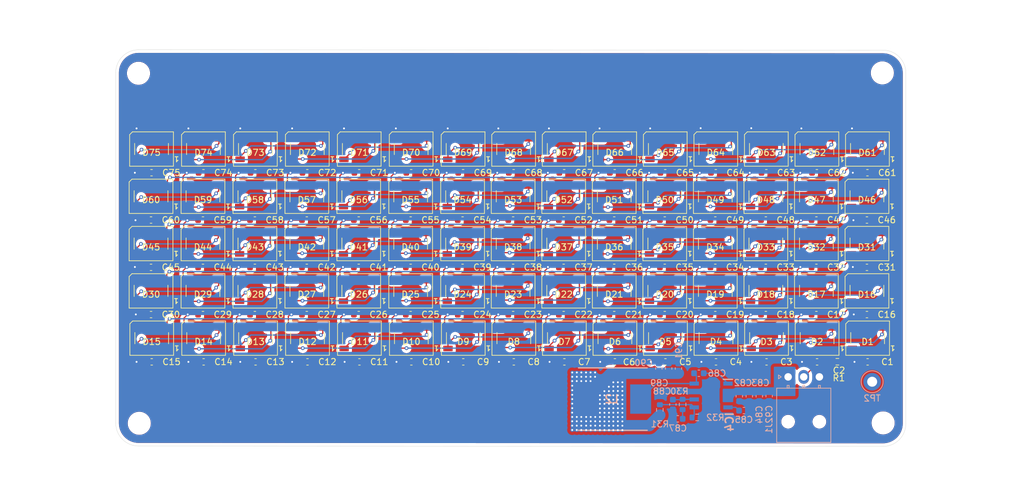
<source format=kicad_pcb>
(kicad_pcb (version 20241229) (generator "pcbnew") (generator_version "9.0")
  (layers (0 "F.Cu" signal) (2 "B.Cu" signal) (13 "F.Paste" user) (15 "B.Paste" user) (5 "F.SilkS" user "F.Silkscreen") (7 "B.SilkS" user "B.Silkscreen") (1 "F.Mask" user) (3 "B.Mask" user) (25 "Edge.Cuts" user))
  (net 0 "")
  (net 1 "+5V")
  (net 2 "GND")
  (net 3 "+24V")
  (net 4 "Net-(IC4-SS)")
  (net 5 "Net-(IC4-SW)")
  (net 6 "Net-(IC4-BST)")
  (net 7 "Net-(C87-Pad1)")
  (net 8 "Net-(IC4-COMP)")
  (net 9 "Net-(D1-DOUT)")
  (net 10 "Net-(D1-DIN)")
  (net 11 "Net-(D2-DOUT)")
  (net 12 "Net-(D3-DOUT)")
  (net 13 "Net-(D4-DOUT)")
  (net 14 "Net-(D5-DOUT)")
  (net 15 "Net-(D6-DOUT)")
  (net 16 "Net-(D7-DOUT)")
  (net 17 "Net-(D8-DOUT)")
  (net 18 "Net-(D10-DIN)")
  (net 19 "Net-(D10-DOUT)")
  (net 20 "Net-(D11-DOUT)")
  (net 21 "Net-(D12-DOUT)")
  (net 22 "Net-(D13-DOUT)")
  (net 23 "Net-(D14-DOUT)")
  (net 24 "Net-(D15-DOUT)")
  (net 25 "Net-(D16-DOUT)")
  (net 26 "Net-(D17-DOUT)")
  (net 27 "Net-(D18-DOUT)")
  (net 28 "Net-(D19-DOUT)")
  (net 29 "Net-(D20-DOUT)")
  (net 30 "Net-(D21-DOUT)")
  (net 31 "Net-(D22-DOUT)")
  (net 32 "Net-(D23-DOUT)")
  (net 33 "Net-(D24-DOUT)")
  (net 34 "Net-(D25-DOUT)")
  (net 35 "Net-(D26-DOUT)")
  (net 36 "/Row4")
  (net 37 "Net-(D28-DOUT)")
  (net 38 "Net-(D29-DOUT)")
  (net 39 "Net-(D30-DOUT)")
  (net 40 "Net-(D31-DOUT)")
  (net 41 "Net-(D32-DOUT)")
  (net 42 "Net-(D33-DOUT)")
  (net 43 "Net-(D34-DOUT)")
  (net 44 "Net-(D35-DOUT)")
  (net 45 "Net-(D36-DOUT)")
  (net 46 "Net-(D37-DOUT)")
  (net 47 "Net-(D38-DOUT)")
  (net 48 "Net-(D39-DOUT)")
  (net 49 "Net-(D40-DOUT)")
  (net 50 "Net-(D41-DOUT)")
  (net 51 "Net-(D42-DOUT)")
  (net 52 "Net-(D43-DOUT)")
  (net 53 "Net-(D44-DOUT)")
  (net 54 "Net-(D45-DOUT)")
  (net 55 "Net-(D46-DOUT)")
  (net 56 "Net-(D47-DOUT)")
  (net 57 "Net-(D48-DOUT)")
  (net 58 "Net-(D49-DOUT)")
  (net 59 "Net-(D50-DOUT)")
  (net 60 "Net-(D51-DOUT)")
  (net 61 "/Rows4-6/Row7")
  (net 62 "Net-(D55-DOUT)")
  (net 63 "Net-(D56-DOUT)")
  (net 64 "Net-(D57-DOUT)")
  (net 65 "Net-(D58-DOUT)")
  (net 66 "Net-(D59-DOUT)")
  (net 67 "Net-(D60-DOUT)")
  (net 68 "Net-(D61-DOUT)")
  (net 69 "Net-(D62-DOUT)")
  (net 70 "Net-(D63-DOUT)")
  (net 71 "Net-(D64-DOUT)")
  (net 72 "Net-(D65-DOUT)")
  (net 73 "Net-(D66-DOUT)")
  (net 74 "Net-(D67-DOUT)")
  (net 75 "Net-(D68-DOUT)")
  (net 76 "Net-(D69-DOUT)")
  (net 77 "Net-(D70-DOUT)")
  (net 78 "Net-(D71-DOUT)")
  (net 79 "Net-(D72-DOUT)")
  (net 80 "Net-(D73-DOUT)")
  (net 81 "Net-(D74-DOUT)")
  (net 82 "Net-(IC4-FB)")
  (net 83 "Net-(J1-Pin_2)")
  (net 84 "Net-(D52-DOUT)")
  (net 85 "Net-(D53-DOUT)")
  (footprint "Capacitor_SMD:C_0603_1608Metric" (layer "F.Cu") (at 166.73827 62.348634 180)
    (property "Reference" "C5")
    (property "Value" "0.1uF")
  )
  (footprint "LED_SMD:LED_WS2812B_PLCC4_5.0x5.0mm_P3.2mm" (layer "F.Cu") (at 92.72045 43.398634 180)
    (property "Reference" "D44")
    (property "Value" "WS2812B")
  )
  (footprint "Capacitor_SMD:C_0603_1608Metric" (layer "F.Cu") (at 174.716441 47.198634 180)
    (property "Reference" "C34")
    (property "Value" "0.1uF")
  )
  (footprint "Capacitor_SMD:C_0603_1608Metric" (layer "F.Cu") (at 126.041077 32.048634 180)
    (property "Reference" "C70")
    (property "Value" "0.1uF")
  )
  (footprint "LED_SMD:LED_WS2812B_PLCC4_5.0x5.0mm_P3.2mm" (layer "F.Cu") (at 126.041077 28.248634 180)
    (property "Reference" "D70")
    (property "Value" "WS2812B")
  )
  (footprint "LED_SMD:LED_WS2812B_PLCC4_5.0x5.0mm_P3.2mm" (layer "F.Cu") (at 92.72045 35.823634 180)
    (property "Reference" "D59")
    (property "Value" "WS2812B")
  )
  (footprint "LED_SMD:LED_WS2812B_PLCC4_5.0x5.0mm_P3.2mm" (layer "F.Cu") (at 109.341077 50.973634 180)
    (property "Reference" "D27")
    (property "Value" "WS2812B")
  )
  (footprint "LED_SMD:LED_WS2812B_PLCC4_5.0x5.0mm_P3.2mm" (layer "F.Cu") (at 117.651391 50.973634 180)
    (property "Reference" "D26")
    (property "Value" "WS2812B")
  )
  (footprint "Capacitor_SMD:C_0603_1608Metric" (layer "F.Cu") (at 166.627556 47.198634 180)
    (property "Reference" "C35")
    (property "Value" "0.1uF")
  )
  (footprint "Capacitor_SMD:C_0603_1608Metric" (layer "F.Cu") (at 182.805326 54.773634 180)
    (property "Reference" "C18")
    (property "Value" "0.1uF")
  )
  (footprint "LED_SMD:LED_WS2812B_PLCC4_5.0x5.0mm_P3.2mm" (layer "F.Cu") (at 182.805326 35.823634 180)
    (property "Reference" "D48")
    (property "Value" "WS2812B")
  )
  (footprint "Capacitor_SMD:C_0603_1608Metric" (layer "F.Cu") (at 190.89421 39.623634 180)
    (property "Reference" "C47")
    (property "Value" "0.1uF")
  )
  (footprint "LED_SMD:LED_WS2812B_PLCC4_5.0x5.0mm_P3.2mm" (layer "F.Cu") (at 84.489509 28.248634 180)
    (property "Reference" "D75")
    (property "Value" "WS2812B")
  )
  (footprint "LED_SMD:LED_WS2812B_PLCC4_5.0x5.0mm_P3.2mm" (layer "F.Cu") (at 150.449787 43.398634 180)
    (property "Reference" "D37")
    (property "Value" "WS2812B")
  )
  (footprint "LED_SMD:LED_WS2812B_PLCC4_5.0x5.0mm_P3.2mm" (layer "F.Cu") (at 84.410136 35.823634 180)
    (property "Reference" "D60")
    (property "Value" "WS2812B")
  )
  (footprint "Capacitor_SMD:C_0603_1608Metric" (layer "F.Cu") (at 84.410136 54.773634 180)
    (property "Reference" "C30")
    (property "Value" "0.1uF")
  )
  (footprint "Capacitor_SMD:C_0603_1608Metric" (layer "F.Cu") (at 199.093809 62.348634 180)
    (property "Reference" "C1")
    (property "Value" "0.1uF")
  )
  (footprint "LED_SMD:LED_WS2812B_PLCC4_5.0x5.0mm_P3.2mm" (layer "F.Cu") (at 150.560501 58.548634 180)
    (property "Reference" "D7")
    (property "Value" "WS2812B")
  )
  (footprint "Capacitor_SMD:C_0603_1608Metric" (layer "F.Cu") (at 134.272018 54.773634 180)
    (property "Reference" "C24")
    (property "Value" "0.1uF")
  )
  (footprint "LED_SMD:LED_WS2812B_PLCC4_5.0x5.0mm_P3.2mm" (layer "F.Cu") (at 191.004924 58.548634 180)
    (property "Reference" "D2")
    (property "Value" "WS2812B")
  )
  (footprint "LED_SMD:LED_WS2812B_PLCC4_5.0x5.0mm_P3.2mm" (layer "F.Cu") (at 117.730764 28.248634 180)
    (property "Reference" "D71")
    (property "Value" "WS2812B")
  )
  (footprint "Capacitor_SMD:C_0603_1608Metric" (layer "F.Cu") (at 150.449787 54.773634 180)
    (property "Reference" "C22")
    (property "Value" "0.1uF")
  )
  (footprint "Capacitor_SMD:C_0603_1608Metric" (layer "F.Cu") (at 134.272018 39.623634 180)
    (property "Reference" "C54")
    (property "Value" "0.1uF")
  )
  (footprint "Capacitor_SMD:C_0603_1608Metric" (layer "F.Cu") (at 174.716441 39.623634 180)
    (property "Reference" "C49")
    (property "Value" "0.1uF")
  )
  (footprint "LED_SMD:LED_WS2812B_PLCC4_5.0x5.0mm_P3.2mm" (layer "F.Cu") (at 101.030763 43.398634 180)
    (property "Reference" "D43")
    (property "Value" "WS2812B")
  )
  (footprint "Capacitor_SMD:C_0603_1608Metric" (layer "F.Cu") (at 198.983095 39.623634 180)
    (property "Reference" "C46")
    (property "Value" "0.1uF")
  )
  (footprint "Capacitor_SMD:C_0603_1608Metric" (layer "F.Cu") (at 199.062468 32.048634 180)
    (property "Reference" "C61")
    (property "Value" "0.1uF")
  )
  (footprint "Capacitor_SMD:C_0603_1608Metric" (layer "F.Cu") (at 174.795814 32.048634 180)
    (property "Reference" "C64")
    (property "Value" "0.1uF")
  )
  (footprint "Capacitor_SMD:C_0603_1608Metric" (layer "F.Cu") (at 84.410136 47.198634 180)
    (property "Reference" "C45")
    (property "Value" "0.1uF")
  )
  (footprint "LED_SMD:LED_WS2812B_PLCC4_5.0x5.0mm_P3.2mm" (layer "F.Cu") (at 101.030763 35.823634 180)
    (property "Reference" "D58")
    (property "Value" "WS2812B")
  )
  (footprint "LED_SMD:LED_WS2812B_PLCC4_5.0x5.0mm_P3.2mm" (layer "F.Cu") (at 134.272018 35.823634 180)
    (property "Reference" "D54")
    (property "Value" "WS2812B")
  )
  (footprint "LED_SMD:LED_WS2812B_PLCC4_5.0x5.0mm_P3.2mm" (layer "F.Cu") (at 134.272018 50.973634 180)
    (property "Reference" "D24")
    (property "Value" "WS2812B")
  )
  (footprint "LED_SMD:LED_WS2812B_PLCC4_5.0x5.0mm_P3.2mm" (layer "F.Cu") (at 142.440276 28.248634 180)
    (property "Reference" "D68")
    (property "Value" "WS2812B")
  )
  (footprint "Capacitor_SMD:C_0603_1608Metric" (layer "F.Cu") (at 84.52085 62.348634 180)
    (property "Reference" "C15")
    (property "Value" "0.1uF")
  )
  (footprint "Capacitor_SMD:C_0603_1608Metric" (layer "F.Cu") (at 190.89421 47.198634 180)
    (property "Reference" "C32")
    (property "Value" "0.1uF")
  )
  (footprint "Capacitor_SMD:C_0603_1608Metric" (layer "F.Cu") (at 190.89421 54.773634 180)
    (property "Reference" "C17")
    (property "Value" "0.1uF")
  )
  (footprint "MountingHole:MountingHole_3.2mm_M3" (layer "F.Cu") (at 82.404937 16.115231 180)
    (property "Reference" "H3" (hide yes))
    (property "Value" "MountingHole")
  )
  (footprint "Capacitor_SMD:C_0603_1608Metric" (layer "F.Cu") (at 150.52916 32.048634 180)
    (property "Reference" "C67")
    (property "Value" "0.1uF")
  )
  (footprint "Capacitor_SMD:C_0603_1608Metric" (layer "F.Cu") (at 150.449787 39.623634 180)
    (property "Reference" "C52")
    (property "Value" "0.1uF")
  )
  (footprint "LED_SMD:LED_WS2812B_PLCC4_5.0x5.0mm_P3.2mm" (layer "F.Cu") (at 125.961704 35.823634 180)
    (property "Reference" "D55")
    (property "Value" "WS2812B")
  )
  (footprint "LED_SMD:LED_WS2812B_PLCC4_5.0x5.0mm_P3.2mm" (layer "F.Cu") (at 92.72045 50.973634 180)
    (property "Reference" "D29")
    (property "Value" "WS2812B")
  )
  (footprint "LED_SMD:LED_WS2812B_PLCC4_5.0x5.0mm_P3.2mm" (layer "F.Cu") (at 109.42045 28.248634 180)
    (property "Reference" "D72")
    (property "Value" "WS2812B")
  )
  (footprint "LED_SMD:LED_WS2812B_PLCC4_5.0x5.0mm_P3.2mm" (layer "F.Cu") (at 109.451791 58.548634 180)
    (property "Reference" "D12")
    (property "Value" "WS2812B")
  )
  (footprint "Capacitor_SMD:C_0603_1608Metric" (layer "F.Cu") (at 182.91604 62.348634 180)
    (property "Reference" "C3")
    (property "Value" "0.1uF")
  )
  (footprint "Capacitor_SMD:C_0603_1608Metric" (layer "F.Cu") (at 142.440276 32.048634 180)
    (property "Reference" "C68")
    (property "Value" "0.1uF")
  )
  (footprint "LED_SMD:LED_WS2812B_PLCC4_5.0x5.0mm_P3.2mm" (layer "F.Cu") (at 117.762105 58.548634 180)
    (property "Reference" "D11")
    (property "Value" "WS2812B")
  )
  (footprint "LED_SMD:LED_WS2812B_PLCC4_5.0x5.0mm_P3.2mm" (layer "F.Cu") (at 134.351391 28.248634 180)
    (property "Reference" "D69")
    (property "Value" "WS2812B")
  )
  (footprint "Capacitor_SMD:C_0603_1608Metric" (layer "F.Cu") (at 182.884699 32.048634 180)
    (property "Reference" "C63")
    (property "Value" "0.1uF")
  )
  (footprint "Capacitor_SMD:C_0603_1608Metric" (layer "F.Cu") (at 174.716441 54.773634 180)
    (property "Reference" "C19")
    (property "Value" "0.1uF")
  )
  (footprint "Capacitor_SMD:C_0603_1608Metric" (layer "F.Cu") (at 92.831164 62.348634 180)
    (property "Reference" "C14")
    (property "Value" "0.1uF")
  )
  (footprint "Capacitor_SMD:C_0603_1608Metric" (layer "F.Cu") (at 101.030763 39.623634 180)
    (property "Reference" "C58")
    (property "Value" "0.1uF")
  )
  (footprint "LED_SMD:LED_WS2812B_PLCC4_5.0x5.0mm_P3.2mm" (layer "F.Cu") (at 92.799823 28.248634 180)
    (property "Reference" "D74")
    (property "Value" "WS2812B")
  )
  (footprint "Capacitor_SMD:C_0603_1608Metric" (layer "F.Cu") (at 92.799823 32.048634 180)
    (property "Reference" "C74")
    (property "Value" "0.1uF")
  )
  (footprint "LED_SMD:LED_WS2812B_PLCC4_5.0x5.0mm_P3.2mm" (layer "F.Cu") (at 182.805326 50.973634 180)
    (property "Reference" "D18")
    (property "Value" "WS2812B")
  )
  (footprint "Capacitor_SMD:C_0603_1608Metric" (layer "F.Cu") (at 190.973583 32.048634 180)
    (property "Reference" "C62")
    (property "Value" "0.1uF")
  )
  (footprint "Capacitor_SMD:C_0603_1608Metric" (layer "F.Cu") (at 109.42045 32.048634 180)
    (property "Reference" "C72")
    (property "Value" "0.1uF")
  )
  (footprint "Capacitor_SMD:C_0603_1608Metric" (layer "F.Cu") (at 109.341077 39.623634 180)
    (property "Reference" "C57")
    (property "Value" "0.1uF")
  )
  (footprint "Capacitor_SMD:C_0603_1608Metric" (layer "F.Cu") (at 92.72045 39.623634 180)
    (property "Reference" "C59")
    (property "Value" "0.1uF")
  )
  (footprint "Capacitor_SMD:C_0603_1608Metric" (layer "F.Cu") (at 182.805326 39.623634 180)
    (property "Reference" "C48")
    (property "Value" "0.1uF")
  )
  (footprint "Capacitor_SMD:C_0603_1608Metric" (layer "F.Cu") (at 142.360903 54.773634 180)
    (property "Reference" "C23")
    (property "Value" "0.1uF")
  )
  (footprint "LED_SMD:LED_WS2812B_PLCC4_5.0x5.0mm_P3.2mm" (layer "F.Cu") (at 174.795814 28.248634 180)
    (property "Reference" "D64")
    (property "Value" "WS2812B")
  )
  (footprint "Capacitor_SMD:C_0603_1608Metric" (layer "F.Cu") (at 117.651391 54.773634 180)
    (property "Reference" "C26")
    (property "Value" "0.1uF")
  )
  (footprint "Capacitor_SMD:C_0603_1608Metric" (layer "F.Cu") (at 125.961704 39.623634 180)
    (property "Reference" "C55")
    (property "Value" "0.1uF")
  )
  (footprint "LED_SMD:LED_WS2812B_PLCC4_5.0x5.0mm_P3.2mm" (layer "F.Cu") (at 182.91604 58.548634 180)
    (property "Reference" "D3")
    (property "Value" "WS2812B")
  )
  (footprint "LED_SMD:LED_WS2812B_PLCC4_5.0x5.0mm_P3.2mm" (layer "F.Cu") (at 150.449787 50.973634 180)
    (property "Reference" "D22")
    (property "Value" "WS2812B")
  )
  (footprint "LED_SMD:LED_WS2812B_PLCC4_5.0x5.0mm_P3.2mm" (layer "F.Cu") (at 142.360903 43.398634 180)
    (property "Reference" "D38")
    (property "Value" "WS2812B")
  )
  (footprint "Capacitor_SMD:C_0603_1608Metric" (layer "F.Cu") (at 101.110136 32.048634 180)
    (property "Reference" "C73")
    (property "Value" "0.1uF")
  )
  (footprint "Capacitor_SMD:C_0603_1608Metric" (layer "F.Cu") (at 174.827155 62.348634 180)
    (property "Reference" "C4")
    (property "Value" "0.1uF")
  )
  (footprint "LED_SMD:LED_WS2812B_PLCC4_5.0x5.0mm_P3.2mm" (layer "F.Cu") (at 142.471617 58.548634 180)
    (property "Reference" "D8")
    (property "Value" "WS2812B")
  )
  (footprint "LED_SMD:LED_WS2812B_PLCC4_5.0x5.0mm_P3.2mm" (layer "F.Cu") (at 158.538672 50.973634 180)
    (property "Reference" "D21")
    (property "Value" "WS2812B")
  )
  (footprint "LED_SMD:LED_WS2812B_PLCC4_5.0x5.0mm_P3.2mm" (layer "F.Cu") (at 125.961704 43.398634 180)
    (property "Reference" "D40")
    (property "Value" "WS2812B")
  )
  (footprint "Capacitor_SMD:C_0603_1608Metric" (layer "F.Cu") (at 126.072418 62.348634 180)
    (property "Reference" "C10")
    (property "Value" "0.1uF")
  )
  (footprint "LED_SMD:LED_WS2812B_PLCC4_5.0x5.0mm_P3.2mm" (layer "F.Cu") (at 174.716441 43.398634 180)
    (property "Reference" "D34")
    (property "Value" "WS2812B")
  )
  (footprint "Capacitor_SMD:C_0603_1608Metric" (layer "F.Cu") (at 134.351391 32.048634 180)
    (property "Reference" "C69")
    (property "Value" "0.1uF")
  )
  (footprint "LED_SMD:LED_WS2812B_PLCC4_5.0x5.0mm_P3.2mm" (layer "F.Cu") (at 158.538672 43.398634 180)
    (property "Reference" "D36")
    (property "Value" "WS2812B")
  )
  (footprint "LED_SMD:LED_WS2812B_PLCC4_5.0x5.0mm_P3.2mm" (layer "F.Cu") (at 117.651391 35.823634 180)
    (property "Reference" "D56")
    (property "Value" "WS2812B")
  )
  (footprint "Capacitor_SMD:C_0603_1608Metric" (layer "F.Cu") (at 84.410136 39.623634 180)
    (property "Reference" "C60")
    (property "Value" "0.1uF")
  )
  (footprint "Capacitor_SMD:C_0603_1608Metric" (layer "F.Cu") (at 150.560501 62.348634 180)
    (property "Reference" "C7")
    (property "Value" "0.1uF")
  )
  (footprint "Capacitor_SMD:C_0603_1608Metric" (layer "F.Cu") (at 142.471617 62.348634 180)
    (property "Reference" "C8")
    (property "Value" "0.1uF")
  )
  (footprint "Capacitor_SMD:C_0603_1608Metric" (layer "F.Cu") (at 109.341077 54.773634 180)
    (property "Reference" "C27")
    (property "Value" "0.1uF")
  )
  (footprint "LED_SMD:LED_WS2812B_PLCC4_5.0x5.0mm_P3.2mm" (layer "F.Cu") (at 190.89421 43.398634 180)
    (property "Reference" "D32")
    (property "Value" "WS2812B")
  )
  (footprint "Capacitor_SMD:C_0603_1608Metric" (layer "F.Cu") (at 92.72045 54.773634 180)
    (property "Reference" "C29")
    (property "Value" "0.1uF")
  )
  (footprint "LED_SMD:LED_WS2812B_PLCC4_5.0x5.0mm_P3.2mm" (layer "F.Cu") (at 174.827155 58.548634 180)
    (property "Reference" "D4")
    (property "Value" "WS2812B")
  )
  (footprint "Capacitor_SMD:C_0603_1608Metric" (layer "F.Cu") (at 158.538672 47.198634 180)
    (property "Reference" "C36")
    (property "Value" "0.1uF")
  )
  (footprint "Capacitor_SMD:C_0603_1608Metric" (layer "F.Cu") (at 84.489509 32.048634 180)
    (property "Reference" "C75")
    (property "Value" "0.1uF")
  )
  (footprint "LED_SMD:LED_WS2812B_PLCC4_5.0x5.0mm_P3.2mm" (layer "F.Cu") (at 142.360903 50.973634 180)
    (property "Reference" "D23")
    (property "Value" "WS2812B")
  )
  (footprint "MountingHole:MountingHole_3.2mm_M3" (layer "F.Cu") (at 82.529968 72.188554 -90)
    (property "Reference" "H2" (hide yes))
    (property "Value" "MountingHole")
  )
  (footprint "LED_SMD:LED_WS2812B_PLCC4_5.0x5.0mm_P3.2mm" (layer "F.Cu") (at 126.072418 58.548634 180)
    (property "Reference" "D10")
    (property "Value" "WS2812B")
  )
  (footprint "LED_SMD:LED_WS2812B_PLCC4_5.0x5.0mm_P3.2mm" (layer "F.Cu") (at 84.410136 43.398634 180)
    (property "Reference" "D45")
    (property "Value" "WS2812B")
  )
  (footprint "LED_SMD:LED_WS2812B_PLCC4_5.0x5.0mm_P3.2mm" (layer "F.Cu") (at 117.651391 43.398634 180)
    (property "Reference" "D41")
    (property "Value" "WS2812B")
  )
  (footprint "Capacitor_SMD:C_0603_1608Metric" (layer "F.Cu") (at 150.449787 47.198634 180)
    (property "Reference" "C37")
    (property "Value" "0.1uF")
  )
  (footprint "Capacitor_SMD:C_0603_1608Metric" (layer "F.Cu") (at 134.382732 62.348634 180)
    (property "Reference" "C9")
    (property "Value" "0.1uF")
  )
  (footprint "LED_SMD:LED_WS2812B_PLCC4_5.0x5.0mm_P3.2mm" (layer "F.Cu") (at 101.030763 50.973634 180)
    (property "Reference" "D28")
    (property "Value" "WS2812B")
  )
  (footprint "Capacitor_SMD:C_0603_1608Metric" (layer "F.Cu") (at 198.983095 54.773634 180)
    (property "Reference" "C16")
    (property "Value" "0.1uF")
  )
  (footprint "Capacitor_SMD:C_0603_1608Metric" (layer "F.Cu") (at 142.360903 47.198634 180)
    (property "Reference" "C38")
    (property "Value" "0.1uF")
  )
  (footprint "LED_SMD:LED_WS2812B_PLCC4_5.0x5.0mm_P3.2mm" (layer "F.Cu") (at 84.410136 50.973634 180)
    (property "Reference" "D30")
    (property "Value" "WS2812B")
  )
  (footprint "Capacitor_SMD:C_0603_1608Metric" (layer "F.Cu") (at 198.983095 47.198634 180)
    (property "Reference" "C31")
    (property "Value" "0.1uF")
  )
  (footprint "LED_SMD:LED_WS2812B_PLCC4_5.0x5.0mm_P3.2mm" (layer "F.Cu") (at 134.272018 43.398634 180)
    (property "Reference" "D39")
    (property "Value" "WS2812B")
  )
  (footprint "Capacitor_SMD:C_0603_1608Metric" (layer "F.Cu") (at 117.762105 62.348634 180)
    (property "Reference" "C11")
    (property "Value" "0.1uF")
  )
  (footprint "LED_SMD:LED_WS2812B_PLCC4_5.0x5.0mm_P3.2mm" (layer "F.Cu") (at 109.341077 35.823634 180)
    (property "Reference" "D57")
    (property "Value" "WS2812B")
  )
  (footprint "LED_SMD:LED_WS2812B_PLCC4_5.0x5.0mm_P3.2mm" (layer "F.Cu") (at 101.110136 28.248634 180)
    (property "Reference" "D73")
    (property "Value" "WS2812B")
  )
  (footprint "LED_SMD:LED_WS2812B_PLCC4_5.0x5.0mm_P3.2mm" (layer "F.Cu") (at 190.973583 28.248634 180)
    (property "Reference" "D62")
    (property "Value" "WS2812B")
  )
  (footprint "LED_SMD:LED_WS2812B_PLCC4_5.0x5.0mm_P3.2mm" (layer "F.Cu") (at 125.961704 50.973634 180)
    (property "Reference" "D25")
    (property "Value" "WS2812B")
  )
  (footprint "Capacitor_SMD:C_0603_1608Metric" (layer "F.Cu") (at 125.961704 47.198634 180)
    (property "Reference" "C40")
    (property "Value" "0.1uF")
  )
  (footprint "LED_SMD:LED_WS2812B_PLCC4_5.0x5.0mm_P3.2mm" (layer "F.Cu") (at 174.716441 50.973634 180)
    (property "Reference" "D19")
    (property "Value" "WS2812B")
  )
  (footprint "Capacitor_SMD:C_0603_1608Metric" (layer "F.Cu") (at 182.805326 47.198634 180)
    (property "Reference" "C33")
    (property "Value" "0.1uF")
  )
  (footprint "LED_SMD:LED_WS2812B_PLCC4_5.0x5.0mm_P3.2mm" (layer "F.Cu") (at 182.884699 28.248634 180)
    (property "Reference" "D63")
    (property "Value" "WS2812B")
  )
  (footprint "LED_SMD:LED_WS2812B_PLCC4_5.0x5.0mm_P3.2mm" (layer "F.Cu") (at 166.73827 58.548634 180)
    (property "Reference" "D5")
    (property "Value" "WS2812B")
  )
  (footprint "LED_SMD:LED_WS2812B_PLCC4_5.0x5.0mm_P3.2mm" (layer "F.Cu") (at 158.538672 35.823634 180)
    (property "Reference" "D51")
    (property "Value" "WS2812B")
  )
  (footprint "Capacitor_SMD:C_0603_1608Metric" (layer "F.Cu") (at 117.651391 39.623634 180)
    (property "Reference" "C56")
    (property "Value" "0.1uF")
  )
  (footprint "Capacitor_SMD:C_0603_1608Metric" (layer "F.Cu") (at 191.004924 62.348634 180)
    (property "Reference" "C2")
    (property "Value" "0.1uF")
  )
  (footprint "LED_SMD:LED_WS2812B_PLCC4_5.0x5.0mm_P3.2mm" (layer "F.Cu") (at 199.093809 58.548634 180)
    (property "Reference" "D1")
    (property "Value" "WS2812B")
  )
  (footprint "LED_SMD:LED_WS2812B_PLCC4_5.0x5.0mm_P3.2mm" (layer "F.Cu") (at 182.805326 43.398634 180)
    (property "Reference" "D33")
    (property "Value" "WS2812B")
  )
  (footprint "LED_SMD:LED_WS2812B_PLCC4_5.0x5.0mm_P3.2mm" (layer "F.Cu") (at 190.89421 50.973634 180)
    (property "Reference" "D17")
    (property "Value" "WS2812B")
  )
  (footprint "LED_SMD:LED_WS2812B_PLCC4_5.0x5.0mm_P3.2mm" (layer "F.Cu") (at 190.89421 35.823634 180)
    (property "Reference" "D47")
    (property "Value" "WS2812B")
  )
  (footprint "Capacitor_SMD:C_0603_1608Metric" (layer "F.Cu") (at 158.618045 32.048634 180)
    (property "Reference" "C66")
    (property "Value" "0.1uF")
  )
  (footprint "Capacitor_SMD:C_0603_1608Metric" (layer "F.Cu") (at 166.627556 39.623634 180)
    (property "Reference" "C50")
    (property "Value" "0.1uF")
  )
  (footprint "LED_SMD:LED_WS2812B_PLCC4_5.0x5.0mm_P3.2mm" (layer "F.Cu") (at 109.341077 43.398634 180)
    (property "Reference" "D42")
    (property "Value" "WS2812B")
  )
  (footprint "LED_SMD:LED_WS2812B_PLCC4_5.0x5.0mm_P3.2mm" (layer "F.Cu") (at 166.706929 28.248634 180)
    (property "Reference" "D65")
    (property "Value" "WS2812B")
  )
  (footprint "MountingHole:MountingHole_3.2mm_M3" (layer "F.Cu") (at 201.576522 72.126039)
    (property "Reference" "H1" (hide yes))
    (property "Value" "MountingHole")
  )
  (footprint "Capacitor_SMD:C_0603_1608Metric" (layer "F.Cu") (at 117.730764 32.048634 180)
    (property "Reference" "C71")
    (property "Value" "0.1uF")
  )
  (footprint "Capacitor_SMD:C_0603_1608Metric" (layer "F.Cu") (at 109.341077 47.198634 180)
    (property "Reference" "C42")
    (property "Value" "0.1uF")
  )
  (footprint "Capacitor_SMD:C_0603_1608Metric" (layer "F.Cu") (at 125.961704 54.773634 180)
    (property "Reference" "C25")
    (property "Value" "0.1uF")
  )
  (footprint "Capacitor_SMD:C_0603_1608Metric" (layer "F.Cu") (at 134.272018 47.198634 180)
    (property "Reference" "C39")
    (property "Value" "0.1uF")
  )
  (footprint "Capacitor_SMD:C_0603_1608Metric" (layer "F.Cu") (at 101.030763 54.773634 180)
    (property "Reference" "C28")
    (property "Value" "0.1uF")
  )
  (footprint "Capacitor_SMD:C_0603_1608Metric" (layer "F.Cu") (at 92.72045 47.198634 180)
    (property "Reference" "C44")
    (property "Value" "0.1uF")
  )
  (footprint "Capacitor_SMD:C_0603_1608Metric" (layer "F.Cu") (at 101.030763 47.198634 180)
    (property "Reference" "C43")
    (property "Value" "0.1uF")
  )
  (footprint "LED_SMD:LED_WS2812B_PLCC4_5.0x5.0mm_P3.2mm" (layer "F.Cu") (at 174.716441 35.823634 180)
    (property "Reference" "D49")
    (property "Value" "WS2812B")
  )
  (footprint "LED_SMD:LED_WS2812B_PLCC4_5.0x5.0mm_P3.2mm" (layer "F.Cu") (at 101.141477 58.548634 180)
    (property "Reference" "D13")
    (property "Value" "WS2812B")
  )
  (footprint "LED_SMD:LED_WS2812B_PLCC4_5.0x5.0mm_P3.2mm" (layer "F.Cu") (at 84.52085 58.548634 180)
    (property "Reference" "D15")
    (property "Value" "WS2812B")
  )
  (footprint "Capacitor_SMD:C_0603_1608Metric" (layer "F.Cu") (at 117.651391 47.198634 180)
    (property "Reference" "C41")
    (property "Value" "0.1uF")
  )
  (footprint "Capacitor_SMD:C_0603_1608Metric" (layer "F.Cu") (at 158.538672 54.773634 180)
    (property "Reference" "C21")
    (property "Value" "0.1uF")
  )
  (footprint "Resistor_SMD:R_0603_1608Metric" (layer "F.Cu") (at 194.25 62.325)
    (property "Reference" "R1")
    (property "Value" "330")
  )
  (footprint "LED_SMD:LED_WS2812B_PLCC4_5.0x5.0mm_P3.2mm" (layer "F.Cu") (at 198.983095 43.398634 180)
    (property "Reference" "D31")
    (property "Value" "WS2812B")
  )
  (footprint "LED_SMD:LED_WS2812B_PLCC4_5.0x5.0mm_P3.2mm" (layer "F.Cu") (at 150.52916 28.248634 180)
    (property "Reference" "D67")
    (property "Value" "WS2812B")
  )
  (footprint "Capacitor_SMD:C_0603_1608Metric" (layer "F.Cu") (at 101.141477 62.348634 180)
    (property "Reference" "C13")
    (property "Value" "0.1uF")
  )
  (footprint "LED_SMD:LED_WS2812B_PLCC4_5.0x5.0mm_P3.2mm" (layer "F.Cu") (at 199.062468 28.248634 180)
    (property "Reference" "D61")
    (property "Value" "WS2812B")
  )
  (footprint "LED_SMD:LED_WS2812B_PLCC4_5.0x5.0mm_P3.2mm" (layer "F.Cu") (at 142.360903 35.823634 180)
    (property "Reference" "D53")
    (property "Value" "WS2812B")
  )
  (footprint "Capacitor_SMD:C_0603_1608Metric" (layer "F.Cu") (at 158.538672 39.623634 180)
    (property "Reference" "C51")
    (property "Value" "0.1uF")
  )
  (footprint "LED_SMD:LED_WS2812B_PLCC4_5.0x5.0mm_P3.2mm" (layer "F.Cu") (at 150.449787 35.823634 180)
    (property "Reference" "D52")
    (property "Value" "WS2812B")
  )
  (footprint "LED_SMD:LED_WS2812B_PLCC4_5.0x5.0mm_P3.2mm" (layer "F.Cu") (at 198.983095 50.973634 180)
    (property "Reference" "D16")
    (property "Value" "WS2812B")
  )
  (footprint "Capacitor_SMD:C_0603_1608Metric" (layer "F.Cu") (at 158.649386 62.348634 180)
    (property "Reference" "C6")
    (property "Value" "0.1uF")
  )
  (footprint "Capacitor_SMD:C_0603_1608Metric" (layer "F.Cu") (at 166.706929 32.048634 180)
    (property "Reference" "C65")
    (property "Value" "0.1uF")
  )
  (footprint "LED_SMD:LED_WS2812B_PLCC4_5.0x5.0mm_P3.2mm" (layer "F.Cu") (at 158.618045 28.248634 180)
    (property "Reference" "D66")
    (property "Value" "WS2812B")
  )
  (footprint "Capacitor_SMD:C_0603_1608Metric" (layer "F.Cu") (at 166.627556 54.773634 180)
    (property "Reference" "C20")
    (property "Value" "0.1uF")
  )
  (footprint "Capacitor_SMD:C_0603_1608Metric" (layer "F.Cu") (at 142.360903 39.623634 180)
    (property "Reference" "C53")
    (property "Value" "0.1uF")
  )
  (footprint "LED_SMD:LED_WS2812B_PLCC4_5.0x5.0mm_P3.2mm" (layer "F.Cu") (at 198.983095 35.823634 180)
    (property "Reference" "D46")
    (property "Value" "WS2812B")
  )
  (footprint "LED_SMD:LED_WS2812B_PLCC4_5.0x5.0mm_P3.2mm" (layer "F.Cu") (at 166.627556 35.823634 180)
    (property "Reference" "D50")
    (property "Value" "WS2812B")
  )
  (footprint "LED_SMD:LED_WS2812B_PLCC4_5.0x5.0mm_P3.2mm" (layer "F.Cu") (at 166.627556 50.973634 180)
    (property "Reference" "D20")
    (property "Value" "WS2812B")
  )
  (footprint "LED_SMD:LED_WS2812B_PLCC4_5.0x5.0mm_P3.2mm" (layer "F.Cu") (at 134.382732 58.548634 180)
    (property "Reference" "D9")
    (property "Value" "WS2812B")
  )
  (footprint "LED_SMD:LED_WS2812B_PLCC4_5.0x5.0mm_P3.2mm" (layer "F.Cu") (at 158.649386 58.548634 180)
    (property "Reference" "D6")
    (property "Value" "WS2812B")
  )
  (footprint "LED_SMD:LED_WS2812B_PLCC4_5.0x5.0mm_P3.2mm" (layer "F.Cu") (at 92.831164 58.548634 180)
    (property "Reference" "D14")
    (property "Value" "WS2812B")
  )
  (footprint "MountingHole:MountingHole_3.2mm_M3" (layer "F.Cu") (at 201.451491 16.052716 90)
    (property "Reference" "H4" (hide yes))
    (property "Value" "MountingHole")
  )
  (footprint "Capacitor_SMD:C_0603_1608Metric" (layer "F.Cu") (at 109.451791 62.348634 180)
    (property "Reference" "C12")
    (property "Value" "0.1uF")
  )
  (footprint "LED_SMD:LED_WS2812B_PLCC4_5.0x5.0mm_P3.2mm" (layer "F.Cu") (at 166.627556 43.398634 180)
    (property "Reference" "D35")
    (property "Value" "WS2812B")
  )
  (footprint "Capacitor_SMD:C_0603_1608Metric" (layer "B.Cu") (at 165.68073 63.405 90)
    (property "Reference" "C89")
    (property "Value" "22uF")
  )
  (footprint "Resistor_SMD:R_0603_1608Metric" (layer "B.Cu") (at 169.48073 69.175 -90)
    (property "Reference" "R30")
    (property "Value" "15.8k")
  )
  (footprint "Capacitor_SMD:C_0603_1608Metric" (layer "B.Cu") (at 168.82073 63.405 90)
    (property "Reference" "C91")
    (property "Value" "22uF")
  )
  (footprint "Capacitor_SMD:C_0603_1608Metric" (layer "B.Cu") (at 179.29573 70.15)
    (property "Reference" "C85")
    (property "Value" "10nF")
  )
  (footprint "Capacitor_SMD:C_0603_1608Metric" (layer "B.Cu") (at 178.55573 67.854132 -90)
    (property "Reference" "C82")
    (property "Value" "10uF")
  )
  (footprint "Resistor_SMD:R_0603_1608Metric" (layer "B.Cu") (at 171.81073 71.255)
    (property "Reference" "R32")
    (property "Value" "10k")
  )
  (footprint "Resistor_SMD:R_0603_1608Metric" (layer "B.Cu") (at 165.84073 70.04 90)
    (property "Reference" "R31")
    (property "Value" "52.3k")
  )
  (footprint "Capacitor_SMD:C_0603_1608Metric" (layer "B.Cu") (at 180.15573 67.854132 -90)
    (property "Reference" "C83")
    (property "Value" "10uF")
  )
  (footprint "Capacitor_SMD:C_0603_1608Metric" (layer "B.Cu") (at 168.71573 71.475 180)
    (property "Reference" "C87")
    (property "Value" "2.7nF")
  )
  (footprint "Capacitor_SMD:C_0603_1608Metric" (layer "B.Cu") (at 172.08573 64.17 180)
    (property "Reference" "C86")
    (property "Value" "100nF")
  )
  (footprint "Capacitor_SMD:C_0603_1608Metric" (layer "B.Cu") (at 183.33073 67.83 -90)
    (property "Reference" "C92")
    (property "Value" "0.1uF")
  )
  (footprint "utsvt_connectors:105313-1103" (layer "B.Cu") (at 186.37073 64.755 -90)
    (property "Reference" "J1")
    (property "Value" "Conn_01x03")
  )
  (footprint "Capacitor_SMD:C_0603_1608Metric" (layer "B.Cu") (at 181.75573 67.854132 -90)
    (property "Reference" "C84")
    (property "Value" "100nF")
  )
  (footprint "LedMatrix:INDPM110100X540N" (layer "B.Cu") (at 158.32073 68.31 180)
    (property "Reference" "L2")
    (property "Value" "4.7uH" (hide yes))
  )
  (footprint "LedMatrix:SOIC127P600X163-9N" (layer "B.Cu") (at 174.04073 67.73 180)
    (property "Reference" "IC4")
    (property "Value" "AP64501QSP-13" (hide yes))
  )
  (footprint "Capacitor_SMD:C_0603_1608Metric" (layer "B.Cu") (at 167.25073 63.4 90)
    (property "Reference" "C90")
    (property "Value" "22uF")
  )
  (footprint "TestPoint:TestPoint_Keystone_5005-5009_Compact" (layer "B.Cu") (at 199.82 65.53)
    (property "Reference" "TP2")
    (property "Value" "TestPoint")
  )
  (footprint "Capacitor_SMD:C_0603_1608Metric" (layer "B.Cu") (at 167.92573 69.175 -90)
    (property "Reference" "C88")
    (property "Value" "33pF")
  )
  (gr_line (start 82.424735 75.828756) (end 201.556724 75.891244) (stroke (width 0.05)) (layer "Edge.Cuts"))
  (gr_line (start 205.216724 16.072514) (end 205.216724 72.231272) (stroke (width 0.05)) (layer "Edge.Cuts"))
  (gr_line (start 201.556724 12.412514) (end 82.424735 12.350026) (stroke (width 0.05)) (layer "Edge.Cuts"))
  (gr_line (start 78.764736 16.009998) (end 78.764735 72.168756) (stroke (width 0.05)) (layer "Edge.Cuts"))
  (gr_arc (start 82.424735 75.828756) (mid 79.836724 74.756767) (end 78.764735 72.168756) (stroke (width 0.05)) (layer "Edge.Cuts"))
  (gr_arc (start 78.764735 16.009998) (mid 79.836724 13.421987) (end 82.424735 12.349998) (stroke (width 0.05)) (layer "Edge.Cuts"))
  (gr_arc (start 201.556724 12.412514) (mid 204.144735 13.484503) (end 205.216724 16.072514) (stroke (width 0.05)) (layer "Edge.Cuts"))
  (gr_arc (start 205.216724 72.231272) (mid 204.144735 74.819283) (end 201.556724 75.891272) (stroke (width 0.05)) (layer "Edge.Cuts"))
  (via (at 154.045 73.26) (size 0.6) (drill 0.3) (layers "F.Cu" "B.Cu") (net 1))
  (via (at 156.975 68.390909) (size 0.6) (drill 0.3) (layers "F.Cu" "B.Cu") (net 1))
  (via (at 151.82 66.17) (size 0.6) (drill 0.3) (layers "F.Cu" "B.Cu") (net 1))
  (via (at 155.495 73.26) (size 0.6) (drill 0.3) (layers "F.Cu" "B.Cu") (net 1))
  (via (at 158.395 67.707273) (size 0.6) (drill 0.3) (layers "F.Cu" "B.Cu") (net 1))
  (via (at 151.82 69.765) (size 0.6) (drill 0.3) (layers "F.Cu" "B.Cu") (net 1))
  (via (at 156.975 69.070909) (size 0.6) (drill 0.3) (layers "F.Cu" "B.Cu") (net 1))
  (via (at 156.975 67.710909) (size 0.6) (drill 0.3) (layers "F.Cu" "B.Cu") (net 1))
  (via (at 157.7 69.070909) (size 0.6) (drill 0.3) (layers "F.Cu" "B.Cu") (net 1))
  (via (at 156.25 71.88) (size 0.6) (drill 0.3) (layers "F.Cu" "B.Cu") (net 1))
  (via (at 154.77427 71.174545) (size 0.6) (drill 0.3) (layers "F.Cu" "B.Cu") (net 1))
  (via (at 151.825 64.74) (size 0.6) (drill 0.3) (layers "F.Cu" "B.Cu") (net 1))
  (via (at 151.82 69.04) (size 0.6) (drill 0.3) (layers "F.Cu" "B.Cu") (net 1))
  (via (at 152.54427 71.174545) (size 0.6) (drill 0.3) (layers "F.Cu" "B.Cu") (net 1))
  (via (at 153.265 65.43) (size 0.6) (drill 0.3) (layers "F.Cu" "B.Cu") (net 1))
  (via (at 154.75 64.74) (size 0.6) (drill 0.3) (layers "F.Cu" "B.Cu") (net 1))
  (via (at 159.12 72.575454) (size 0.6) (drill 0.3) (layers "F.Cu" "B.Cu") (net 1))
  (via (at 154.75 65.43) (size 0.6) (drill 0.3) (layers "F.Cu" "B.Cu") (net 1))
  (via (at 156.25 70.500909) (size 0.6) (drill 0.3) (layers "F.Cu" "B.Cu") (net 1))
  (via (at 151.815 71.863636) (size 0.6) (drill 0.3) (layers "F.Cu" "B.Cu") (net 1))
  (via (at 158.395 65.620909) (size 0.6) (drill 0.3) (layers "F.Cu" "B.Cu") (net 1))
  (via (at 154.045 71.863636) (size 0.6) (drill 0.3) (layers "F.Cu" "B.Cu") (net 1))
  (via (at 159.845 67.011818) (size 0.6) (drill 0.3) (layers "F.Cu" "B.Cu") (net 1))
  (via (at 155.495 71.863636) (size 0.6) (drill 0.3) (layers "F.Cu" "B.Cu") (net 1))
  (via (at 156.25 69.810909) (size 0.6) (drill 0.3) (layers "F.Cu" "B.Cu") (net 1))
  (via (at 158.395 71.88) (size 0.6) (drill 0.3) (layers "F.Cu" "B.Cu") (net 1))
  (via (at 151.82 67.62) (size 0.6) (drill 0.3) (layers "F.Cu" "B.Cu") (net 1))
  (via (at 158.395 69.793636) (size 0.6) (drill 0.3) (layers "F.Cu" "B.Cu") (net 1))
  (via (at 156.25 68.390909) (size 0.6) (drill 0.3) (layers "F.Cu" "B.Cu") (net 1))
  (via (at 153.26927 71.174545) (size 0.6) (drill 0.3) (layers "F.Cu" "B.Cu") (net 1))
  (via (at 159.12 71.88) (size 0.6) (drill 0.3) (layers "F.Cu" "B.Cu") (net 1))
  (via (at 159.845 66.316364) (size 0.6) (drill 0.3) (layers "F.Cu" "B.Cu") (net 1))
  (via (at 159.12 73.270909) (size 0.6) (drill 0.3) (layers "F.Cu" "B.Cu") (net 1))
  (via (at 157.69 67.040909) (size 0.6) (drill 0.3) (layers "F.Cu" "B.Cu") (net 1))
  (via (at 159.12 69.793636) (size 0.6) (drill 0.3) (layers "F.Cu" "B.Cu") (net 1))
  (via (at 151.825 64.05) (size 0.6) (drill 0.3) (layers "F.Cu" "B.Cu") (net 1))
  (via (at 159.845 65.620909) (size 0.6) (drill 0.3) (layers "F.Cu" "B.Cu") (net 1))
  (via (at 157.7 72.570909) (size 0.6) (drill 0.3) (layers "F.Cu" "B.Cu") (net 1))
  (via (at 154.77 73.26) (size 0.6) (drill 0.3) (layers "F.Cu" "B.Cu") (net 1))
  (via (at 151.81927 71.174545) (size 0.6) (drill 0.3) (layers "F.Cu" "B.Cu") (net 1))
  (via (at 157.7 68.390909) (size 0.6) (drill 0.3) (layers "F.Cu" "B.Cu") (net 1))
  (via (at 159.845 71.88) (size 0.6) (drill 0.3) (layers "F.Cu" "B.Cu") (net 1))
  (via (at 158.395 72.575454) (size 0.6) (drill 0.3) (layers "F.Cu" "B.Cu") (net 1))
  (via (at 155.495 72.564545) (size 0.6) (drill 0.3) (layers "F.Cu" "B.Cu") (net 1))
  (via (at 157.7 69.810909) (size 0.6) (drill 0.3) (layers "F.Cu" "B.Cu") (net 1))
  (via (at 154.045 72.564545) (size 0.6) (drill 0.3) (layers "F.Cu" "B.Cu") (net 1))
  (via (at 158.395 70.489091) (size 0.6) (drill 0.3) (layers "F.Cu" "B.Cu") (net 1))
  (via (at 159.12 67.707273) (size 0.6) (drill 0.3) (layers "F.Cu" "B.Cu") (net 1))
  (via (at 159.845 67.707273) (size 0.6) (drill 0.3) (layers "F.Cu" "B.Cu") (net 1))
  (via (at 152.54 73.26) (size 0.6) (drill 0.3) (layers "F.Cu" "B.Cu") (net 1))
  (via (at 151.815 65.43) (size 0.6) (drill 0.3) (layers "F.Cu" "B.Cu") (net 1))
  (via (at 158.395 71.184545) (size 0.6) (drill 0.3) (layers "F.Cu" "B.Cu") (net 1))
  (via (at 159.845 73.270909) (size 0.6) (drill 0.3) (layers "F.Cu" "B.Cu") (net 1))
  (via (at 153.265 73.26) (size 0.6) (drill 0.3) (layers "F.Cu" "B.Cu") (net 1))
  (via (at 156.975 69.810909) (size 0.6) (drill 0.3) (layers "F.Cu" "B.Cu") (net 1))
  (via (at 159.12 65.620909) (size 0.6) (drill 0.3) (layers "F.Cu" "B.Cu") (net 1))
  (via (at 156.975 70.500909) (size 0.6) (drill 0.3) (layers "F.Cu" "B.Cu") (net 1))
  (via (at 156.975 71.180909) (size 0.6) (drill 0.3) (layers "F.Cu" "B.Cu") (net 1))
  (via (at 159.12 66.316364) (size 0.6) (drill 0.3) (layers "F.Cu" "B.Cu") (net 1))
  (via (at 154.77 71.863636) (size 0.6) (drill 0.3) (layers "F.Cu" "B.Cu") (net 1))
  (via (at 159.12 71.184545) (size 0.6) (drill 0.3) (layers "F.Cu" "B.Cu") (net 1))
  (via (at 154.025 64.05) (size 0.6) (drill 0.3) (layers "F.Cu" "B.Cu") (net 1))
  (via (at 157.7 71.88) (size 0.6) (drill 0.3) (layers "F.Cu" "B.Cu") (net 1))
  (via (at 158.395 68.402727) (size 0.6) (drill 0.3) (layers "F.Cu" "B.Cu") (net 1))
  (via (at 157.685 66.330909) (size 0.6) (drill 0.3) (layers "F.Cu" "B.Cu") (net 1))
  (via (at 154.75 64.05) (size 0.6) (drill 0.3) (layers "F.Cu" "B.Cu") (net 1))
  (via (at 156.25 69.070909) (size 0.6) (drill 0.3) (layers "F.Cu" "B.Cu") (net 1))
  (via (at 159.12 68.402727) (size 0.6) (drill 0.3) (layers "F.Cu" "B.Cu") (net 1))
  (via (at 156.25 67.710909) (size 0.6) (drill 0.3) (layers "F.Cu" "B.Cu") (net 1))
  (via (at 151.815 72.564545) (size 0.6) (drill 0.3) (layers "F.Cu" "B.Cu") (net 1))
  (via (at 151.82 66.895) (size 0.6) (drill 0.3) (layers "F.Cu" "B.Cu") (net 1))
  (via (at 156.965 67.040909) (size 0.6) (drill 0.3) (layers "F.Cu" "B.Cu") (net 1))
  (via (at 156.25 72.570909) (size 0.6) (drill 0.3) (layers "F.Cu" "B.Cu") (net 1))
  (via (at 152.54 65.43) (size 0.6) (drill 0.3) (layers "F.Cu" "B.Cu") (net 1))
  (via (at 157.7 71.180909) (size 0.6) (drill 0.3) (layers "F.Cu" "B.Cu") (net 1))
  (via (at 153.265 72.564545) (size 0.6) (drill 0.3) (layers "F.Cu" "B.Cu") (net 1))
  (via (at 159.12 69.098182) (size 0.6) (drill 0.3) (layers "F.Cu" "B.Cu") (net 1))
  (via (at 154.77 72.564545) (size 0.6) (drill 0.3) (layers "F.Cu" "B.Cu") (net 1))
  (via (at 152.55 64.05) (size 0.6) (drill 0.3) (layers "F.Cu" "B.Cu") (net 1))
  (via (at 155.475 64.05) (size 0.6) (drill 0.3) (layers "F.Cu" "B.Cu") (net 1))
  (via (at 158.395 73.270909) (size 0.6) (drill 0.3) (layers "F.Cu" "B.Cu") (net 1))
  (via (at 151.81 70.48) (size 0.6) (drill 0.3) (layers "F.Cu" "B.Cu") (net 1))
  (via (at 155.49927 71.174545) (size 0.6) (drill 0.3) (layers "F.Cu" "B.Cu") (net 1))
  (via (at 158.395 66.316364) (size 0.6) (drill 0.3) (layers "F.Cu" "B.Cu") (net 1))
  (via (at 158.395 69.098182) (size 0.6) (drill 0.3) (layers "F.Cu" "B.Cu") (net 1))
  (via (at 159.845 69.793636) (size 0.6) (drill 0.3) (layers "F.Cu" "B.Cu") (net 1))
  (via (at 157.7 70.500909) (size 0.6) (drill 0.3) (layers "F.Cu" "B.Cu") (net 1))
  (via (at 156.25 73.266364) (size 0.6) (drill 0.3) (layers "F.Cu" "B.Cu") (net 1))
  (via (at 159.845 69.098182) (size 0.6) (drill 0.3) (layers "F.Cu" "B.Cu") (net 1))
  (via (at 152.54 71.863636) (size 0.6) (drill 0.3) (layers "F.Cu" "B.Cu") (net 1))
  (via (at 153.275 64.74) (size 0.6) (drill 0.3) (layers "F.Cu" "B.Cu") (net 1))
  (via (at 156.975 73.266364) (size 0.6) (drill 0.3) (layers "F.Cu" "B.Cu") (net 1))
  (via (at 157.7 73.266364) (size 0.6) (drill 0.3) (layers "F.Cu" "B.Cu") (net 1))
  (via (at 159.845 72.575454) (size 0.6) (drill 0.3) (layers "F.Cu" "B.Cu") (net 1))
  (via (at 151.815 73.26) (size 0.6) (drill 0.3) (layers "F.Cu" "B.Cu") (net 1))
  (via (at 153.265 71.863636) (size 0.6) (drill 0.3) (layers "F.Cu" "B.Cu") (net 1))
  (via (at 159.845 71.184545) (size 0.6) (drill 0.3) (layers "F.Cu" "B.Cu") (net 1))
  (via (at 151.82 68.315) (size 0.6) (drill 0.3) (layers "F.Cu" "B.Cu") (net 1))
  (via (at 154.04927 71.174545) (size 0.6) (drill 0.3) (layers "F.Cu" "B.Cu") (net 1))
  (via (at 154.025 64.74) (size 0.6) (drill 0.3) (layers "F.Cu" "B.Cu") (net 1))
  (via (at 159.845 70.489091) (size 0.6) (drill 0.3) (layers "F.Cu" "B.Cu") (net 1))
  (via (at 153.275 64.05) (size 0.6) (drill 0.3) (layers "F.Cu" "B.Cu") (net 1))
  (via (at 156.975 71.88) (size 0.6) (drill 0.3) (layers "F.Cu" "B.Cu") (net 1))
  (via (at 159.12 67.011818) (size 0.6) (drill 0.3) (layers "F.Cu" "B.Cu") (net 1))
  (via (at 152.54 72.564545) (size 0.6) (drill 0.3) (layers "F.Cu" "B.Cu") (net 1))
  (via (at 156.975 72.570909) (size 0.6) (drill 0.3) (layers "F.Cu" "B.Cu") (net 1))
  (via (at 159.12 70.489091) (size 0.6) (drill 0.3) (layers "F.Cu" "B.Cu") (net 1))
  (via (at 157.7 67.710909) (size 0.6) (drill 0.3) (layers "F.Cu" "B.Cu") (net 1))
  (via (at 155.475 64.74) (size 0.6) (drill 0.3) (layers "F.Cu" "B.Cu") (net 1))
  (via (at 152.55 64.74) (size 0.6) (drill 0.3) (layers "F.Cu" "B.Cu") (net 1))
  (via (at 156.25 71.180909) (size 0.6) (drill 0.3) (layers "F.Cu" "B.Cu") (net 1))
  (via (at 159.845 68.402727) (size 0.6) (drill 0.3) (layers "F.Cu" "B.Cu") (net 1))
  (via (at 154.025 65.43) (size 0.6) (drill 0.3) (layers "F.Cu" "B.Cu") (net 1))
  (via (at 158.395 67.011818) (size 0.6) (drill 0.3) (layers "F.Cu" "B.Cu") (net 1))
  (segment (start 165.68073 64.18) (end 158.00073 64.18) (width 1.8) (layer "B.Cu") (net 1))
  (segment (start 164.141185 72.564545) (end 160.04073 72.564545) (width 1.8) (layer "B.Cu") (net 1))
  (segment (start 165.84073 70.865) (end 164.141185 72.564545) (width 1.8) (layer "B.Cu") (net 1))
  (segment (start 168.82073 64.18) (end 165.68073 64.18) (width 1.8) (layer "B.Cu") (net 1))
  (segment (start 158.00073 64.18) (end 153.87073 68.31) (width 1.8) (layer "B.Cu") (net 1))
  (segment (start 89.638345 41.118241) (end 90.328432 41.808328) (width 0.2) (layer "F.Cu") (net 2))
  (segment (start 116.87045 54.748634) (end 115.274422 54.748634) (width 0.2) (layer "F.Cu") (net 2))
  (segment (start 139.338345 41.177788) (end 139.968885 41.808328) (width 0.2) (layer "F.Cu") (net 2))
  (segment (start 131.391077 55.231979) (end 131.391077 56.356979) (width 0.2) (layer "F.Cu") (net 2))
  (segment (start 181.871653 32.048634) (end 180.22169 32.048634) (width 0.2) (layer "F.Cu") (net 2))
  (segment (start 155.667732 56.36698) (end 155.667732 55.331979) (width 0.2) (layer "F.Cu") (net 2))
  (segment (start 133.607732 62.348634) (end 131.991077 62.348634) (width 0.2) (layer "F.Cu") (net 2))
  (segment (start 139.730017 32.048634) (end 139.238345 32.540306) (width 0.2) (layer "F.Cu") (net 2))
  (segment (start 181.971653 39.658328) (end 180.32169 39.658328) (width 0.2) (layer "F.Cu") (net 2))
  (segment (start 116.987105 62.348634) (end 115.391077 62.348634) (width 0.2) (layer "F.Cu") (net 2))
  (segment (start 108.412925 47.148634) (end 106.727211 47.148634) (width 0.2) (layer "F.Cu") (net 2))
  (segment (start 173.882768 39.658328) (end 172.32169 39.658328) (width 0.2) (layer "F.Cu") (net 2))
  (segment (start 106.238345 33.58792) (end 106.849059 34.198634) (width 0.2) (layer "F.Cu") (net 2))
  (segment (start 157.704999 39.658328) (end 156.12169 39.658328) (width 0.2) (layer "F.Cu") (net 2))
  (segment (start 81.974422 54.748634) (end 81.391077 55.331979) (width 0.2) (layer "F.Cu") (net 2))
  (segment (start 123.612468 26.598634) (end 123.612468 24.970025) (width 0.2) (layer "F.Cu") (net 2))
  (segment (start 123.612468 24.970025) (end 123.591077 24.948634) (width 0.2) (layer "F.Cu") (net 2))
  (segment (start 139.882749 54.748634) (end 139.391077 55.240306) (width 0.2) (layer "F.Cu") (net 2))
  (segment (start 98.42169 32.048634) (end 97.938345 32.531979) (width 0.2) (layer "F.Cu") (net 2))
  (segment (start 187.991077 56.334787) (end 187.991077 55.231979) (width 0.2) (layer "F.Cu") (net 2))
  (segment (start 198.049422 32.048634) (end 196.72169 32.048634) (width 0.2) (layer "F.Cu") (net 2))
  (segment (start 89.691077 55.331979) (end 89.691077 56.208547) (width 0.2) (layer "F.Cu") (net 2))
  (segment (start 81.92169 39.658328) (end 81.338345 40.241673) (width 0.2) (layer "F.Cu") (net 2))
  (segment (start 83.576463 39.658328) (end 81.92169 39.658328) (width 0.2) (layer "F.Cu") (net 2))
  (segment (start 91.786777 32.048634) (end 90.12169 32.048634) (width 0.2) (layer "F.Cu") (net 2))
  (segment (start 198.202154 54.748634) (end 196.874422 54.748634) (width 0.2) (layer "F.Cu") (net 2))
  (segment (start 163.738345 41.311135) (end 163.738345 40.141673) (width 0.2) (layer "F.Cu") (net 2))
  (segment (start 98.574422 54.748634) (end 98.091077 55.231979) (width 0.2) (layer "F.Cu") (net 2))
  (segment (start 182.024385 54.748634) (end 180.374422 54.748634) (width 0.2) (layer "F.Cu") (net 2))
  (segment (start 179.738345 33.623671) (end 180.313308 34.198634) (width 0.2) (layer "F.Cu") (net 2))
  (segment (start 106.391077 55.048634) (end 106.391077 56.28792) (width 0.2) (layer "F.Cu") (net 2))
  (segment (start 147.92169 32.165289) (end 147.438345 32.648634) (width 0.2) (layer "F.Cu") (net 2))
  (segment (start 89.538345 32.631979) (end 89.538345 33.508547) (width 0.2) (layer "F.Cu") (net 2))
  (segment (start 171.738345 33.712556) (end 171.738345 32.531979) (width 0.2) (layer "F.Cu") (net 2))
  (segment (start 114.791077 56.377606) (end 115.312105 56.898634) (width 0.2) (layer "F.Cu") (net 2))
  (segment (start 163.738345 40.141673) (end 164.22169 39.658328) (width 0.2) (layer "F.Cu") (net 2))
  (segment (start 131.243866 47.631979) (end 131.243866 48.756979) (width 0.2) (layer "F.Cu") (net 2))
  (segment (start 141.42723 32.048634) (end 139.82169 32.048634) (width 0.2) (layer "F.Cu") (net 2))
  (segment (start 148.112468 24.970025) (end 148.091077 24.948634) (width 0.2) (layer "F.Cu") (net 2))
  (segment (start 157.763672 54.773634) (end 156.226077 54.773634) (width 0.2) (layer "F.Cu") (net 2))
  (segment (start 148.074422 54.748634) (end 148.074422 54.865289) (width 0.2) (layer "F.Cu") (net 2))
  (segment (start 91.792298 47.148634) (end 90.127211 47.148634) (width 0.2) (layer "F.Cu") (net 2))
  (segment (start 116.723239 47.148634) (end 115.127211 47.148634) (width 0.2) (layer "F.Cu") (net 2))
  (segment (start 190.060537 39.658328) (end 188.42169 39.658328) (width 0.2) (layer "F.Cu") (net 2))
  (segment (start 147.92169 32.048634) (end 147.92169 32.165289) (width 0.2) (layer "F.Cu") (net 2))
  (segment (start 171.743866 47.631979) (end 172.227211 47.148634) (width 0.2) (layer "F.Cu") (net 2))
  (segment (start 125.128031 39.658328) (end 123.52169 39.658328) (width 0.2) (layer "F.Cu") (net 2))
  (segment (start 115.312468 26.598634) (end 115.312468 24.970025) (width 0.2) (layer "F.Cu") (net 2))
  (segment (start 108.507404 39.658328) (end 106.82169 39.658328) (width 0.2) (layer "F.Cu") (net 2))
  (segment (start 171.891077 56.412556) (end 171.891077 55.231979) (width 0.2) (layer "F.Cu") (net 2))
  (segment (start 156.226077 54.773634) (end 156.171077 54.828634) (width 0.2) (layer "F.Cu") (net 2))
  (segment (start 133.438345 39.658328) (end 131.82169 39.658328) (width 0.2) (layer "F.Cu") (net 2))
  (segment (start 90.412468 26.598634) (end 90.412468 24.970025) (width 0.2) (layer "F.Cu") (net 2))
  (segment (start 155.667732 55.331979) (end 156.171077 54.828634) (width 0.2) (layer "F.Cu") (net 2))
  (segment (start 106.338345 39.958328) (end 106.338345 41.197614) (width 0.2) (layer "F.Cu") (net 2))
  (segment (start 98.52169 39.658328) (end 98.038345 40.141673) (width 0.2) (layer "F.Cu") (net 2))
  (segment (start 180.46604 56.898634) (end 179.891077 56.323671) (width 0.2) (layer "F.Cu") (net 2))
  (segment (start 180.491077 26.562939) (end 180.491077 24.93433) (width 0.2) (layer "F.Cu") (net 2))
  (segment (start 182.09104 54.748634) (end 180.441077 54.748634) (width 0.2) (layer "F.Cu") (net 2))
  (segment (start 196.643809 54.979247) (end 196.874422 54.748634) (width 0.2) (layer "F.Cu") (net 2))
  (segment (start 97.938345 33.598234) (end 98.538745 34.198634) (width 0.2) (layer "F.Cu") (net 2))
  (segment (start 90.274422 54.748634) (end 89.691077 55.331979) (width 0.2) (layer "F.Cu") (net 2))
  (segment (start 179.838345 41.233365) (end 180.413308 41.808328) (width 0.2) (layer "F.Cu") (net 2))
  (segment (start 187.938345 41.244481) (end 187.938345 40.141673) (width 0.2) (layer "F.Cu") (net 2))
  (segment (start 149.785501 62.348634) (end 148.191077 62.348634) (width 0.2) (layer "F.Cu") (net 2))
  (segment (start 147.927211 47.148634) (end 147.927211 47.265289) (width 0.2) (layer "F.Cu") (net 2))
  (segment (start 165.693883 32.048634) (end 164.12169 32.048634) (width 0.2) (layer "F.Cu") (net 2))
  (segment (start 106.543866 47.148634) (end 106.243866 47.448634) (width 0.2) (layer "F.Cu") (net 2))
  (segment (start 139.238345 32.540306) (end 139.238345 33.568094) (width 0.2) (layer "F.Cu") (net 2))
  (segment (start 180.32169 39.658328) (end 180.32169 39.774983) (width 0.2) (layer "F.Cu") (net 2))
  (segment (start 139.92169 39.658328) (end 139.830017 39.658328) (width 0.2) (layer "F.Cu") (net 2))
  (segment (start 81.827211 47.148634) (end 81.243866 47.731979) (width 0.2) (layer "F.Cu") (net 2))
  (segment (start 156.052175 49.298634) (end 155.443866 48.690325) (width 0.2) (layer "F.Cu") (net 2))
  (segment (start 89.691077 56.208547) (end 90.381164 56.898634) (width 0.2) (layer "F.Cu") (net 2))
  (segment (start 106.243866 48.68792) (end 106.85458 49.298634) (width 0.2) (layer "F.Cu") (net 2))
  (segment (start 83.74585 62.348634) (end 82.091077 62.348634) (width 0.2) (layer "F.Cu") (net 2))
  (segment (start 147.927211 47.265289) (end 147.443866 47.748634) (width 0.2) (layer "F.Cu") (net 2))
  (segment (start 187.838345 33.634787) (end 187.838345 32.531979) (width 0.2) (layer "F.Cu") (net 2))
  (segment (start 108.676791 62.348634) (end 106.991077 62.348634) (width 0.2) (layer "F.Cu") (net 2))
  (segment (start 147.443866 48.77921) (end 147.96329 49.298634) (width 0.2) (layer "F.Cu") (net 2))
  (segment (start 188.554924 56.898634) (end 187.991077 56.334787) (width 0.2) (layer "F.Cu") (net 2))
  (segment (start 125.033552 47.148634) (end 123.427211 47.148634) (width 0.2) (layer "F.Cu") (net 2))
  (segment (start 115.312468 24.970025) (end 115.291077 24.948634) (width 0.2) (layer "F.Cu") (net 2))
  (segment (start 171.891077 55.231979) (end 172.374422 54.748634) (width 0.2) (layer "F.Cu") (net 2))
  (segment (start 91.939509 54.748634) (end 90.274422 54.748634) (width 0.2) (layer "F.Cu") (net 2))
  (segment (start 179.743866 48.723671) (end 180.318829 49.298634) (width 0.2) (layer "F.Cu") (net 2))
  (segment (start 171.838345 41.32225) (end 171.838345 40.141673) (width 0.2) (layer "F.Cu") (net 2))
  (segment (start 149.516114 32.048634) (end 147.92169 32.048634) (width 0.2) (layer "F.Cu") (net 2))
  (segment (start 188.512468 26.598634) (end 188.512468 24.970025) (width 0.2) (layer "F.Cu") (net 2))
  (segment (start 171.738345 32.531979) (end 172.22169 32.048634) (width 0.2) (layer "F.Cu") (net 2))
  (segment (start 115.22169 39.658328) (end 114.738345 40.141673) (width 0.2) (layer "F.Cu") (net 2))
  (segment (start 149.616114 39.658328) (end 148.02169 39.658328) (width 0.2) (layer "F.Cu") (net 2))
  (segment (start 98.427211 47.148634) (end 97.943866 47.631979) (width 0.2) (layer "F.Cu") (net 2))
  (segment (start 164.312468 26.598634) (end 164.312468 24.970025) (width 0.2) (layer "F.Cu") (net 2))
  (segment (start 106.338345 41.197614) (end 106.949059 41.808328) (width 0.2) (layer "F.Cu") (net 2))
  (segment (start 131.912468 26.598634) (end 131.912468 24.970025) (width 0.2) (layer "F.Cu") (net 2))
  (segment (start 139.82169 32.048634) (end 139.730017 32.048634) (width 0.2) (layer "F.Cu") (net 2))
  (segment (start 122.991077 55.331979) (end 122.991077 56.267293) (width 0.2) (layer "F.Cu") (net 2))
  (segment (start 147.443866 47.748634) (end 147.443866 48.77921) (width 0.2) (layer "F.Cu") (net 2))
  (segment (start 114.638345 33.677606) (end 115.159373 34.198634) (width 0.2) (layer "F.Cu") (net 2))
  (segment (start 106.238345 32.348634) (end 106.238345 33.58792) (width 0.2) (layer "F.Cu") (net 2))
  (segment (start 156.146654 41.808328) (end 155.538345 41.200019) (width 0.2) (layer "F.Cu") (net 2))
  (segment (start 139.391077 55.240306) (end 139.391077 56.268094) (width 0.2) (layer "F.Cu") (net 2))
  (segment (start 131.243866 48.756979) (end 131.785521 49.298634) (width 0.2) (layer "F.Cu") (net 2))
  (segment (start 125.180763 54.748634) (end 123.574422 54.748634) (width 0.2) (layer "F.Cu") (net 2))
  (segment (start 196.496598 47.379247) (end 196.727211 47.148634) (width 0.2) (layer "F.Cu") (net 2))
  (segment (start 106.243866 47.448634) (end 106.243866 48.68792) (width 0.2) (layer "F.Cu") (net 2))
  (segment (start 140.012468 24.970025) (end 139.991077 24.948634) (width 0.2) (layer "F.Cu") (net 2))
  (segment (start 98.712468 24.970025) (end 98.691077 24.948634) (width 0.2) (layer "F.Cu") (net 2))
  (segment (start 81.391077 56.218861) (end 82.07085 56.898634) (width 0.2) (layer "F.Cu") (net 2))
  (segment (start 131.238345 32.531979) (end 131.238345 33.656979) (width 0.2) (layer "F.Cu") (net 2))
  (segment (start 125.247418 54.748634) (end 123.641077 54.748634) (width 0.2) (layer "F.Cu") (net 2))
  (segment (start 100.249822 54.748634) (end 98.574422 54.748634) (width 0.2) (layer "F.Cu") (net 2))
  (segment (start 189.966058 47.148634) (end 188.327211 47.148634) (width 0.2) (layer "F.Cu") (net 2))
  (segment (start 131.338345 40.141673) (end 131.338345 41.266673) (width 0.2) (layer "F.Cu") (net 2))
  (segment (start 147.438345 32.648634) (end 147.438345 33.67921) (width 0.2) (layer "F.Cu") (net 2))
  (segment (start 165.96327 62.348634) (end 164.391077 62.348634) (width 0.2) (layer "F.Cu") (net 2))
  (segment (start 81.238345 32.631979) (end 81.238345 33.518861) (width 0.2) (layer "F.Cu") (net 2))
  (segment (start 171.743866 48.812556) (end 171.743866 47.631979) (width 0.2) (layer "F.Cu") (net 2))
  (segment (start 179.891077 56.323671) (end 179.891077 55.231979) (width 0.2) (layer "F.Cu") (net 2))
  (segment (start 163.638345 33.701441) (end 163.638345 32.531979) (width 0.2) (layer "F.Cu") (net 2))
  (segment (start 173.9355 54.748634) (end 172.374422 54.748634) (width 0.2) (layer "F.Cu") (net 2))
  (segment (start 90.12169 32.048634) (end 89.538345 32.631979) (width 0.2) (layer "F.Cu") (net 2))
  (segment (start 189.960537 32.048634) (end 188.32169 32.048634) (width 0.2) (layer "F.Cu") (net 2))
  (segment (start 163.643866 48.801441) (end 163.643866 47.631979) (width 0.2) (layer "F.Cu") (net 2))
  (segment (start 106.727211 47.148634) (end 106.543866 47.148634) (width 0.2) (layer "F.Cu") (net 2))
  (segment (start 155.438345 33.590325) (end 155.438345 32.631979) (width 0.2) (layer "F.Cu") (net 2))
  (segment (start 81.243866 48.618861) (end 81.923639 49.298634) (width 0.2) (layer "F.Cu") (net 2))
  (segment (start 116.717718 32.048634) (end 115.12169 32.048634) (width 0.2) (layer "F.Cu") (net 2))
  (segment (start 114.738345 41.2873) (end 115.259373 41.808328) (width 0.2) (layer "F.Cu") (net 2))
  (segment (start 182.14104 62.348634) (end 180.491077 62.348634) (width 0.2) (layer "F.Cu") (net 2))
  (segment (start 156.212468 26.598634) (end 156.212468 24.970025) (width 0.2) (layer "F.Cu") (net 2))
  (segment (start 181.877174 47.148634) (end 180.227211 47.148634) (width 0.2) (layer "F.Cu") (net 2))
  (segment (start 131.874422 54.748634) (end 131.391077 55.231979) (width 0.2) (layer "F.Cu") (net 2))
  (segment (start 180.227211 47.265289) (end 179.743866 47.748634) (width 0.2) (layer "F.Cu") (net 2))
  (segment (start 196.612468 24.970025) (end 196.591077 24.948634) (width 0.2) (layer "F.Cu") (net 2))
  (segment (start 198.318809 62.348634) (end 196.991077 62.348634) (width 0.2) (layer "F.Cu") (net 2))
  (segment (start 156.046654 34.198634) (end 155.438345 33.590325) (width 0.2) (layer "F.Cu") (net 2))
  (segment (start 190.229924 62.348634) (end 188.591077 62.348634) (width 0.2) (layer "F.Cu") (net 2))
  (segment (start 140.012468 26.598634) (end 140.012468 24.970025) (width 0.2) (layer "F.Cu") (net 2))
  (segment (start 83.481984 47.148634) (end 81.827211 47.148634) (width 0.2) (layer "F.Cu") (net 2))
  (segment (start 114.643866 48.777606) (end 115.164894 49.298634) (width 0.2) (layer "F.Cu") (net 2))
  (segment (start 108.407404 32.048634) (end 106.72169 32.048634) (width 0.2) (layer "F.Cu") (net 2))
  (segment (start 147.491077 41.17921) (end 148.010501 41.698634) (width 0.2) (layer "F.Cu") (net 2))
  (segment (start 173.788289 47.148634) (end 172.227211 47.148634) (width 0.2) (layer "F.Cu") (net 2))
  (segment (start 147.438345 33.67921) (end 147.957769 34.198634) (width 0.2) (layer "F.Cu") (net 2))
  (segment (start 187.938345 40.141673) (end 188.42169 39.658328) (width 0.2) (layer "F.Cu") (net 2))
  (segment (start 98.091077 55.231979) (end 98.091077 56.298234) (width 0.2) (layer "F.Cu") (net 2))
  (segment (start 106.391077 56.28792) (end 107.001791 56.898634) (width 0.2) (layer "F.Cu") (net 2))
  (segment (start 187.843866 47.631979) (end 188.327211 47.148634) (width 0.2) (layer "F.Cu") (net 2))
  (segment (start 133.491077 54.748634) (end 131.874422 54.748634) (width 0.2) (layer "F.Cu") (net 2))
  (segment (start 131.82169 39.658328) (end 131.338345 40.141673) (width 0.2) (layer "F.Cu") (net 2))
  (segment (start 173.782768 32.048634) (end 172.22169 32.048634) (width 0.2) (layer "F.Cu") (net 2))
  (segment (start 81.82169 32.048634) (end 81.238345 32.631979) (width 0.2) (layer "F.Cu") (net 2))
  (segment (start 164.235538 41.808328) (end 163.738345 41.311135) (width 0.2) (layer "F.Cu") (net 2))
  (segment (start 196.591077 39.888941) (end 196.82169 39.658328) (width 0.2) (layer "F.Cu") (net 2))
  (segment (start 139.735538 47.148634) (end 139.243866 47.640306) (width 0.2) (layer "F.Cu") (net 2))
  (segment (start 114.738345 40.141673) (end 114.738345 41.2873) (width 0.2) (layer "F.Cu") (net 2))
  (segment (start 131.72169 32.048634) (end 131.238345 32.531979) (width 0.2) (layer "F.Cu") (net 2))
  (segment (start 115.127211 47.148634) (end 114.643866 47.631979) (width 0.2) (layer "F.Cu") (net 2))
  (segment (start 148.112468 26.598634) (end 148.112468 24.970025) (width 0.2) (layer "F.Cu") (net 2))
  (segment (start 147.538345 41.288904) (end 148.057769 41.808328) (width 0.2) (layer "F.Cu") (net 2))
  (segment (start 83.476463 32.048634) (end 81.82169 32.048634) (width 0.2) (layer "F.Cu") (net 2))
  (segment (start 90.22169 39.658328) (end 89.638345 40.241673) (width 0.2) (layer "F.Cu") (net 2))
  (segment (start 122.938345 40.241673) (end 122.938345 41.176987) (width 0.2) (layer "F.Cu") (net 2))
  (segment (start 82.112468 26.598634) (end 82.112468 24.970025) (width 0.2) (layer "F.Cu") (net 2))
  (segment (start 131.912468 24.970025) (end 131.891077 24.948634) (width 0.2) (layer "F.Cu") (net 2))
  (segment (start 139.974422 54.748634) (end 139.882749 54.748634) (width 0.2) (layer "F.Cu") (net 2))
  (segment (start 81.238345 33.518861) (end 81.918118 34.198634) (width 0.2) (layer "F.Cu") (net 2))
  (segment (start 180.22169 32.165289) (end 179.738345 32.648634) (width 0.2) (layer "F.Cu") (net 2))
  (segment (start 83.629195 54.748634) (end 81.974422 54.748634) (width 0.2) (layer "F.Cu") (net 2))
  (segment (start 97.943866 48.698234) (end 98.544266 49.298634) (width 0.2) (layer "F.Cu") (net 2))
  (segment (start 147.591077 26.07921) (end 148.110501 26.598634) (width 0.2) (layer "F.Cu") (net 2))
  (segment (start 196.643809 56.898634) (end 196.643809 54.979247) (width 0.2) (layer "F.Cu") (net 2))
  (segment (start 106.82169 39.658328) (end 106.638345 39.658328) (width 0.2) (layer "F.Cu") (net 2))
  (segment (start 147.591077 55.348634) (end 147.591077 56.37921) (width 0.2) (layer "F.Cu") (net 2))
  (segment (start 116.817718 39.658328) (end 115.22169 39.658328) (width 0.2) (layer "F.Cu") (net 2))
  (segment (start 147.538345 40.258328) (end 147.538345 41.288904) (width 0.2) (layer "F.Cu") (net 2))
  (segment (start 156.212468 24.970025) (end 156.191077 24.948634) (width 0.2) (layer "F.Cu") (net 2))
  (segment (start 114.791077 55.231979) (end 114.791077 56.377606) (width 0.2) (layer "F.Cu") (net 2))
  (segment (start 122.938345 33.568659) (end 123.569686 34.2) (width 0.2) (layer "F.Cu") (net 2))
  (segment (start 164.141059 49.298634) (end 163.643866 48.801441) (width 0.2) (layer "F.Cu") (net 2))
  (segment (start 81.243866 47.731979) (end 81.243866 48.618861) (width 0.2) (layer "F.Cu") (net 2))
  (segment (start 164.135538 34.198634) (end 163.638345 33.701441) (width 0.2) (layer "F.Cu") (net 2))
  (segment (start 122.991077 56.267293) (end 123.622418 56.898634) (width 0.2) (layer "F.Cu") (net 2))
  (segment (start 106.691077 54.748634) (end 106.391077 55.048634) (width 0.2) (layer "F.Cu") (net 2))
  (segment (start 147.538345 33.680576) (end 148.057769 34.2) (width 0.2) (layer "F.Cu") (net 2))
  (segment (start 141.696617 62.348634) (end 140.091077 62.348634) (width 0.2) (layer "F.Cu") (net 2))
  (segment (start 106.72169 32.048634) (end 106.538345 32.048634) (width 0.2) (layer "F.Cu") (net 2))
  (segment (start 98.038345 40.141673) (end 98.038345 41.207928) (width 0.2) (layer "F.Cu") (net 2))
  (segment (start 115.274422 54.748634) (end 114.791077 55.231979) (width 0.2) (layer "F.Cu") (net 2))
  (segment (start 163.791077 56.401441) (end 163.791077 55.231979) (width 0.2) (layer "F.Cu") (net 2))
  (segment (start 149.668846 54.748634) (end 148.074422 54.748634) (width 0.2) (layer "F.Cu") (net 2))
  (segment (start 98.091077 56.298234) (end 98.691477 56.898634) (width 0.2) (layer "F.Cu") (net 2))
  (segment (start 157.604999 32.048634) (end 156.02169 32.048634) (width 0.2) (layer "F.Cu") (net 2))
  (segment (start 196.491077 34.198634) (end 196.491077 32.279247) (width 0.2) (layer "F.Cu") (net 2))
  (segment (start 90.412468 24.970025) (end 90.391077 24.948634) (width 0.2) (layer "F.Cu") (net 2))
  (segment (start 139.391077 56.268094) (end 140.021617 56.898634) (width 0.2) (layer "F.Cu") (net 2))
  (segment (start 125.297418 62.348634) (end 123.691077 62.348634) (width 0.2) (layer "F.Cu") (net 2))
  (segment (start 156.199386 56.898634) (end 155.667732 56.36698) (width 0.2) (layer "F.Cu") (net 2))
  (segment (start 148.02169 39.658328) (end 148.02169 39.774983) (width 0.2) (layer "F.Cu") (net 2))
  (segment (start 131.338345 41.266673) (end 131.88 41.808328) (width 0.2) (layer "F.Cu") (net 2))
  (segment (start 81.391077 55.331979) (end 81.391077 56.218861) (width 0.2) (layer "F.Cu") (net 2))
  (segment (start 97.943866 47.631979) (end 97.943866 48.698234) (width 0.2) (layer "F.Cu") (net 2))
  (segment (start 155.443866 48.690325) (end 155.443866 47.731979) (width 0.2) (layer "F.Cu") (net 2))
  (segment (start 155.538345 41.200019) (end 155.538345 40.241673) (width 0.2) (layer "F.Cu") (net 2))
  (segment (start 114.643866 47.631979) (end 114.643866 48.777606) (width 0.2) (layer "F.Cu") (net 2))
  (segment (start 108.560136 54.748634) (end 106.874422 54.748634) (width 0.2) (layer "F.Cu") (net 2))
  (segment (start 89.543866 48.608547) (end 90.233953 49.298634) (width 0.2) (layer "F.Cu") (net 2))
  (segment (start 196.496598 49.298634) (end 196.496598 47.379247) (width 0.2) (layer "F.Cu") (net 2))
  (segment (start 123.52169 39.658328) (end 122.938345 40.241673) (width 0.2) (layer "F.Cu") (net 2))
  (segment (start 196.591077 41.808328) (end 196.591077 39.888941) (width 0.2) (layer "F.Cu") (net 2))
  (segment (start 122.838345 32.631979) (end 122.838345 33.567293) (width 0.2) (layer "F.Cu") (net 2))
  (segment (start 188.402192 34.198634) (end 187.838345 33.634787) (width 0.2) (layer "F.Cu") (net 2))
  (segment (start 115.12169 32.048634) (end 114.638345 32.531979) (width 0.2) (layer "F.Cu") (net 2))
  (segment (start 198.149422 39.658328) (end 196.82169 39.658328) (width 0.2) (layer "F.Cu") (net 2))
  (segment (start 180.491077 24.93433) (end 180.469686 24.912939) (width 0.2) (layer "F.Cu") (net 2))
  (segment (start 98.712468 26.598634) (end 98.712468 24.970025) (width 0.2) (layer "F.Cu") (net 2))
  (segment (start 172.229944 49.298634) (end 171.743866 48.812556) (width 0.2) (layer "F.Cu") (net 2))
  (segment (start 139.243866 47.640306) (end 139.243866 48.668094) (width 0.2) (layer "F.Cu") (net 2))
  (segment (start 100.366477 62.348634) (end 98.691077 62.348634) (width 0.2) (layer "F.Cu") (net 2))
  (segment (start 90.127211 47.148634) (end 89.543866 47.731979) (width 0.2) (layer "F.Cu") (net 2))
  (segment (start 98.038345 41.207928) (end 98.638745 41.808328) (width 0.2) (layer "F.Cu") (net 2))
  (segment (start 155.538345 40.241673) (end 156.12169 39.658328) (width 0.2) (layer "F.Cu") (net 2))
  (segment (start 133.343866 47.148634) (end 131.727211 47.148634) (width 0.2) (layer "F.Cu") (net 2))
  (segment (start 172.391077 24.93433) (end 172.369686 24.912939) (width 0.2) (layer "F.Cu") (net 2))
  (segment (start 89.543866 47.731979) (end 89.543866 48.608547) (width 0.2) (layer "F.Cu") (net 2))
  (segment (start 122.843866 48.667293) (end 123.475207 49.298634) (width 0.2) (layer "F.Cu") (net 2))
  (segment (start 139.243866 48.668094) (end 139.874406 49.298634) (width 0.2) (layer "F.Cu") (net 2))
  (segment (start 155.443866 47.731979) (end 156.027211 47.148634) (width 0.2) (layer "F.Cu") (net 2))
  (segment (start 187.991077 55.231979) (end 188.474422 54.748634) (width 0.2) (layer "F.Cu") (net 2))
  (segment (start 114.638345 32.531979) (end 114.638345 33.677606) (width 0.2) (layer "F.Cu") (net 2))
  (segment (start 180.22169 32.048634) (end 180.22169 32.165289) (width 0.2) (layer "F.Cu") (net 2))
  (segment (start 122.938345 41.176987) (end 123.569686 41.808328) (width 0.2) (layer "F.Cu") (net 2))
  (segment (start 92.056164 62.348634) (end 90.391077 62.348634) (width 0.2) (layer "F.Cu") (net 2))
  (segment (start 147.591077 56.37921) (end 148.110501 56.898634) (width 0.2) (layer "F.Cu") (net 2))
  (segment (start 188.502192 41.808328) (end 187.938345 41.244481) (width 0.2) (layer "F.Cu") (net 2))
  (segment (start 187.843866 48.734787) (end 187.843866 47.631979) (width 0.2) (layer "F.Cu") (net 2))
  (segment (start 122.843866 47.731979) (end 122.843866 48.667293) (width 0.2) (layer "F.Cu") (net 2))
  (segment (start 123.427211 47.148634) (end 122.843866 47.731979) (width 0.2) (layer "F.Cu") (net 2))
  (segment (start 155.438345 32.631979) (end 156.02169 32.048634) (width 0.2) (layer "F.Cu") (net 2))
  (segment (start 165.699404 47.148634) (end 164.127211 47.148634) (width 0.2) (layer "F.Cu") (net 2))
  (segment (start 91.886777 39.658328) (end 90.22169 39.658328) (width 0.2) (layer "F.Cu") (net 2))
  (segment (start 180.227211 47.148634) (end 180.227211 47.265289) (width 0.2) (layer "F.Cu") (net 2))
  (segment (start 171.838345 40.141673) (end 172.32169 39.658328) (width 0.2) (layer "F.Cu") (net 2))
  (segment (start 106.538345 32.048634) (end 106.238345 32.348634) (width 0.2) (layer "F.Cu") (net 2))
  (segment (start 148.02169 39.774983) (end 147.538345 40.258328) (width 0.2) (layer "F.Cu") (net 2))
  (segment (start 141.52723 39.658328) (end 139.92169 39.658328) (width 0.2) (layer "F.Cu") (net 2))
  (segment (start 163.638345 32.531979) (end 164.12169 32.048634) (width 0.2) (layer "F.Cu") (net 2))
  (segment (start 164.312468 24.970025) (end 164.291077 24.948634) (width 0.2) (layer "F.Cu") (net 2))
  (segment (start 141.579962 54.748634) (end 139.974422 54.748634) (width 0.2) (layer "F.Cu") (net 2))
  (segment (start 174.052155 62.348634) (end 172.491077 62.348634) (width 0.2) (layer "F.Cu") (net 2))
  (segment (start 157.874386 62.348634) (end 156.291077 62.348634) (width 0.2) (layer "F.Cu") (net 2))
  (segment (start 139.827211 47.148634) (end 139.735538 47.148634) (width 0.2) (layer "F.Cu") (net 2))
  (segment (start 131.727211 47.148634) (end 131.243866 47.631979) (width 0.2) (layer "F.Cu") (net 2))
  (segment (start 187.838345 32.531979) (end 188.32169 32.048634) (width 0.2) (layer "F.Cu") (net 2))
  (segment (start 107.012468 24.970025) (end 106.991077 24.948634) (width 0.2) (layer "F.Cu") (net 2))
  (segment (start 139.338345 40.15) (end 139.338345 41.177788) (width 0.2) (layer "F.Cu") (net 2))
  (segment (start 179.891077 55.231979) (end 180.374422 54.748634) (width 0.2) (layer "F.Cu") (net 2))
  (segment (start 100.09709 32.048634) (end 98.42169 32.048634) (width 0.2) (layer "F.Cu") (net 2))
  (segment (start 148.074422 54.865289) (end 147.591077 55.348634) (width 0.2) (layer "F.Cu") (net 2))
  (segment (start 139.830017 39.658328) (end 139.338345 40.15) (width 0.2) (layer "F.Cu") (net 2))
  (segment (start 125.028031 32.048634) (end 123.42169 32.048634) (width 0.2) (layer "F.Cu") (net 2))
  (segment (start 165.793883 39.658328) (end 164.22169 39.658328) (width 0.2) (layer "F.Cu") (net 2))
  (segment (start 81.338345 41.128555) (end 82.018118 41.808328) (width 0.2) (layer "F.Cu") (net 2))
  (segment (start 188.407713 49.298634) (end 187.843866 48.734787) (width 0.2) (layer "F.Cu") (net 2))
  (segment (start 163.791077 55.231979) (end 164.274422 54.748634) (width 0.2) (layer "F.Cu") (net 2))
  (segment (start 141.432751 47.148634) (end 139.827211 47.148634) (width 0.2) (layer "F.Cu") (net 2))
  (segment (start 172.377155 56.898634) (end 171.891077 56.412556) (width 0.2) (layer "F.Cu") (net 2))
  (segment (start 157.61052 47.148634) (end 156.027211 47.148634) (width 0.2) (layer "F.Cu") (net 2))
  (segment (start 89.538345 33.508547) (end 90.228432 34.198634) (width 0.2) (layer "F.Cu") (net 2))
  (segment (start 164.28827 56.898634) (end 163.791077 56.401441) (width 0.2) (layer "F.Cu") (net 2))
  (segment (start 165.846615 54.748634) (end 164.274422 54.748634) (width 0.2) (layer "F.Cu") (net 2))
  (segment (start 123.42169 32.048634) (end 122.838345 32.631979) (width 0.2) (layer "F.Cu") (net 2))
  (segment (start 190.113269 54.748634) (end 188.474422 54.748634) (width 0.2) (layer "F.Cu") (net 2))
  (segment (start 107.012468 26.598634) (end 107.012468 24.970025) (width 0.2) (layer "F.Cu") (net 2))
  (segment (start 131.238345 33.656979) (end 131.78 34.198634) (width 0.2) (layer "F.Cu") (net 2))
  (segment (start 179.838345 40.258328) (end 179.838345 41.233365) (width 0.2) (layer "F.Cu") (net 2))
  (segment (start 172.324423 41.808328) (end 171.838345 41.32225) (width 0.2) (layer "F.Cu") (net 2))
  (segment (start 172.224423 34.198634) (end 171.738345 33.712556) (width 0.2) (layer "F.Cu") (net 2))
  (segment (start 179.743866 47.748634) (end 179.743866 48.723671) (width 0.2) (layer "F.Cu") (net 2))
  (segment (start 172.391077 26.562939) (end 172.391077 24.93433) (width 0.2) (layer "F.Cu") (net 2))
  (segment (start 196.491077 32.279247) (end 196.72169 32.048634) (width 0.2) (layer "F.Cu") (net 2))
  (segment (start 106.638345 39.658328) (end 106.338345 39.958328) (width 0.2) (layer "F.Cu") (net 2))
  (segment (start 188.512468 24.970025) (end 188.491077 24.948634) (width 0.2) (layer "F.Cu") (net 2))
  (segment (start 180.32169 39.774983) (end 179.838345 40.258328) (width 0.2) (layer "F.Cu") (net 2))
  (segment (start 122.838345 33.567293) (end 123.469686 34.198634) (width 0.2) (layer "F.Cu") (net 2))
  (segment (start 133.338345 32.048634) (end 131.72169 32.048634) (width 0.2) (layer "F.Cu") (net 2))
  (segment (start 198.054943 47.148634) (end 196.727211 47.148634) (width 0.2) (layer "F.Cu") (net 2))
  (segment (start 139.238345 33.568094) (end 139.868885 34.198634) (width 0.2) (layer "F.Cu") (net 2))
  (segment (start 82.112468 24.970025) (end 82.091077 24.948634) (width 0.2) (layer "F.Cu") (net 2))
  (segment (start 122.891077 41.067293) (end 123.522418 41.698634) (width 0.2) (layer "F.Cu") (net 2))
  (segment (start 122.991077 55.331979) (end 123.574422 54.748634) (width 0.2) (layer "F.Cu") (net 2))
  (segment (start 106.874422 54.748634) (end 106.691077 54.748634) (width 0.2) (layer "F.Cu") (net 2))
  (segment (start 100.102611 47.148634) (end 98.427211 47.148634) (width 0.2) (layer "F.Cu") (net 2))
  (segment (start 97.938345 32.531979) (end 97.938345 33.598234) (width 0.2) (layer "F.Cu") (net 2))
  (segment (start 81.338345 40.241673) (end 81.338345 41.128555) (width 0.2) (layer "F.Cu") (net 2))
  (segment (start 149.521635 47.148634) (end 147.927211 47.148634) (width 0.2) (layer "F.Cu") (net 2))
  (segment (start 100.19709 39.658328) (end 98.52169 39.658328) (width 0.2) (layer "F.Cu") (net 2))
  (segment (start 89.638345 40.241673) (end 89.638345 41.118241) (width 0.2) (layer "F.Cu") (net 2))
  (segment (start 131.391077 56.356979) (end 131.932732 56.898634) (width 0.2) (layer "F.Cu") (net 2))
  (segment (start 196.612468 26.598634) (end 196.612468 24.970025) (width 0.2) (layer "F.Cu") (net 2))
  (segment (start 179.738345 32.648634) (end 179.738345 33.623671) (width 0.2) (layer "F.Cu") (net 2))
  (segment (start 163.643866 47.631979) (end 164.127211 47.148634) (width 0.2) (layer "F.Cu") (net 2))
  (via (at 180.469686 24.912939) (size 0.6) (drill 0.3) (layers "F.Cu" "B.Cu") (net 2))
  (via (at 188.474422 54.748634) (size 0.6) (drill 0.3) (layers "F.Cu" "B.Cu") (net 2))
  (via (at 156.291077 62.348634) (size 0.6) (drill 0.3) (layers "F.Cu" "B.Cu") (net 2))
  (via (at 188.32169 32.048634) (size 0.6) (drill 0.3) (layers "F.Cu" "B.Cu") (net 2))
  (via (at 139.827211 47.148634) (size 0.6) (drill 0.3) (layers "F.Cu" "B.Cu") (net 2))
  (via (at 147.927211 47.148634) (size 0.6) (drill 0.3) (layers "F.Cu" "B.Cu") (net 2))
  (via (at 115.127211 47.148634) (size 0.6) (drill 0.3) (layers "F.Cu" "B.Cu") (net 2))
  (via (at 115.22169 39.658328) (size 0.6) (drill 0.3) (layers "F.Cu" "B.Cu") (net 2))
  (via (at 180.374422 54.748634) (size 0.6) (drill 0.3) (layers "F.Cu" "B.Cu") (net 2))
  (via (at 115.274422 54.748634) (size 0.6) (drill 0.3) (layers "F.Cu" "B.Cu") (net 2))
  (via (at 196.874422 54.748634) (size 0.6) (drill 0.3) (layers "F.Cu" "B.Cu") (net 2))
  (via (at 180.22169 32.048634) (size 0.6) (drill 0.3) (layers "F.Cu" "B.Cu") (net 2))
  (via (at 123.691077 62.348634) (size 0.6) (drill 0.3) (layers "F.Cu" "B.Cu") (net 2))
  (via (at 164.291077 24.948634) (size 0.6) (drill 0.3) (layers "F.Cu" "B.Cu") (net 2))
  (via (at 131.874422 54.748634) (size 0.6) (drill 0.3) (layers "F.Cu" "B.Cu") (net 2))
  (via (at 106.991077 24.948634) (size 0.6) (drill 0.3) (layers "F.Cu" "B.Cu") (net 2))
  (via (at 156.191077 24.948634) (size 0.6) (drill 0.3) (layers "F.Cu" "B.Cu") (net 2))
  (via (at 131.891077 24.948634) (size 0.6) (drill 0.3) (layers "F.Cu" "B.Cu") (net 2))
  (via (at 196.991077 62.348634) (size 0.6) (drill 0.3) (layers "F.Cu" "B.Cu") (net 2))
  (via (at 123.574422 54.748634) (size 0.6) (drill 0.3) (layers "F.Cu" "B.Cu") (net 2))
  (via (at 98.52169 39.658328) (size 0.6) (drill 0.3) (layers "F.Cu" "B.Cu") (net 2))
  (via (at 172.374422 54.748634) (size 0.6) (drill 0.3) (layers "F.Cu" "B.Cu") (net 2))
  (via (at 156.171077 54.828634) (size 0.6) (drill 0.3) (layers "F.Cu" "B.Cu") (net 2))
  (via (at 98.574422 54.748634) (size 0.6) (drill 0.3) (layers "F.Cu" "B.Cu") (net 2))
  (via (at 106.727211 47.148634) (size 0.6) (drill 0.3) (layers "F.Cu" "B.Cu") (net 2))
  (via (at 90.12169 32.048634) (size 0.6) (drill 0.3) (layers "F.Cu" "B.Cu") (net 2))
  (via (at 139.82169 32.048634) (size 0.6) (drill 0.3) (layers "F.Cu" "B.Cu") (net 2))
  (via (at 82.091077 62.348634) (size 0.6) (drill 0.3) (layers "F.Cu" "B.Cu") (net 2))
  (via (at 106.72169 32.048634) (size 0.6) (drill 0.3) (layers "F.Cu" "B.Cu") (net 2))
  (via (at 188.491077 24.948634) (size 0.6) (drill 0.3) (layers "F.Cu" "B.Cu") (net 2))
  (via (at 82.091077 24.948634) (size 0.6) (drill 0.3) (layers "F.Cu" "B.Cu") (net 2))
  (via (at 180.32169 39.658328) (size 0.6) (drill 0.3) (layers "F.Cu" "B.Cu") (net 2))
  (via (at 148.191077 62.348634) (size 0.6) (drill 0.3) (layers "F.Cu" "B.Cu") (net 2))
  (via (at 81.82169 32.048634) (size 0.6) (drill 0.3) (layers "F.Cu" "B.Cu") (net 2))
  (via (at 123.42169 32.048634) (size 0.6) (drill 0.3) (layers "F.Cu" "B.Cu") (net 2))
  (via (at 188.591077 62.348634) (size 0.6) (drill 0.3) (layers "F.Cu" "B.Cu") (net 2))
  (via (at 172.227211 47.148634) (size 0.6) (drill 0.3) (layers "F.Cu" "B.Cu") (net 2))
  (via (at 131.72169 32.048634) (size 0.6) (drill 0.3) (layers "F.Cu" "B.Cu") (net 2))
  (via (at 81.974422 54.748634) (size 0.6) (drill 0.3) (layers "F.Cu" "B.Cu") (net 2))
  (via (at 131.991077 62.348634) (size 0.6) (drill 0.3) (layers "F.Cu" "B.Cu") (net 2))
  (via (at 172.32169 39.658328) (size 0.6) (drill 0.3) (layers "F.Cu" "B.Cu") (net 2))
  (via (at 90.274422 54.748634) (size 0.6) (drill 0.3) (layers "F.Cu" "B.Cu") (net 2))
  (via (at 98.691077 62.348634) (size 0.6) (drill 0.3) (layers "F.Cu" "B.Cu") (net 2))
  (via (at 164.274422 54.748634) (size 0.6) (drill 0.3) (layers "F.Cu" "B.Cu") (net 2))
  (via (at 81.92169 39.658328) (size 0.6) (drill 0.3) (layers "F.Cu" "B.Cu") (net 2))
  (via (at 172.369686 24.912939) (size 0.6) (drill 0.3) (layers "F.Cu" "B.Cu") (net 2))
  (via (at 180.227211 47.148634) (size 0.6) (drill 0.3) (layers "F.Cu" "B.Cu") (net 2))
  (via (at 81.827211 47.148634) (size 0.6) (drill 0.3) (layers "F.Cu" "B.Cu") (net 2))
  (via (at 98.42169 32.048634) (size 0.6) (drill 0.3) (layers "F.Cu" "B.Cu") (net 2))
  (via (at 123.591077 24.948634) (size 0.6) (drill 0.3) (layers "F.Cu" "B.Cu") (net 2))
  (via (at 123.427211 47.148634) (size 0.6) (drill 0.3) (layers "F.Cu" "B.Cu") (net 2))
  (via (at 140.091077 62.348634) (size 0.6) (drill 0.3) (layers "F.Cu" "B.Cu") (net 2))
  (via (at 90.391077 24.948634) (size 0.6) (drill 0.3) (layers "F.Cu" "B.Cu") (net 2))
  (via (at 196.82169 39.658328) (size 0.6) (drill 0.3) (layers "F.Cu" "B.Cu") (net 2))
  (via (at 164.12169 32.048634) (size 0.6) (drill 0.3) (layers "F.Cu" "B.Cu") (net 2))
  (via (at 115.291077 24.948634) (size 0.6) (drill 0.3) (layers "F.Cu" "B.Cu") (net 2))
  (via (at 139.991077 24.948634) (size 0.6) (drill 0.3) (layers "F.Cu" "B.Cu") (net 2))
  (via (at 139.92169 39.658328) (size 0.6) (drill 0.3) (layers "F.Cu" "B.Cu") (net 2))
  (via (at 172.491077 62.348634) (size 0.6) (drill 0.3) (layers "F.Cu" "B.Cu") (net 2))
  (via (at 196.727211 47.148634) (size 0.6) (drill 0.3) (layers "F.Cu" "B.Cu") (net 2))
  (via (at 106.874422 54.748634) (size 0.6) (drill 0.3) (layers "F.Cu" "B.Cu") (net 2))
  (via (at 106.82169 39.658328) (size 0.6) (drill 0.3) (layers "F.Cu" "B.Cu") (net 2))
  (via (at 156.02169 32.048634) (size 0.6) (drill 0.3) (layers "F.Cu" "B.Cu") (net 2))
  (via (at 115.12169 32.048634) (size 0.6) (drill 0.3) (layers "F.Cu" "B.Cu") (net 2))
  (via (at 131.727211 47.148634) (size 0.6) (drill 0.3) (layers "F.Cu" "B.Cu") (net 2))
  (via (at 90.391077 62.348634) (size 0.6) (drill 0.3) (layers "F.Cu" "B.Cu") (net 2))
  (via (at 156.027211 47.148634) (size 0.6) (drill 0.3) (layers "F.Cu" "B.Cu") (net 2))
  (via (at 147.92169 32.048634) (size 0.6) (drill 0.3) (layers "F.Cu" "B.Cu") (net 2))
  (via (at 98.427211 47.148634) (size 0.6) (drill 0.3) (layers "F.Cu" "B.Cu") (net 2))
  (via (at 196.591077 24.948634) (size 0.6) (drill 0.3) (layers "F.Cu" "B.Cu") (net 2))
  (via (at 188.42169 39.658328) (size 0.6) (drill 0.3) (layers "F.Cu" "B.Cu") (net 2))
  (via (at 90.127211 47.148634) (size 0.6) (drill 0.3) (layers "F.Cu" "B.Cu") (net 2))
  (via (at 106.991077 62.348634) (size 0.6) (drill 0.3) (layers "F.Cu" "B.Cu") (net 2))
  (via (at 148.074422 54.748634) (size 0.6) (drill 0.3) (layers "F.Cu" "B.Cu") (net 2))
  (via (at 180.491077 62.348634) (size 0.6) (drill 0.3) (layers "F.Cu" "B.Cu") (net 2))
  (via (at 148.02169 39.658328) (size 0.6) (drill 0.3) (layers "F.Cu" "B.Cu") (net 2))
  (via (at 164.22169 39.658328) (size 0.6) (drill 0.3) (layers "F.Cu" "B.Cu") (net 2))
  (via (at 188.327211 47.148634) (size 0.6) (drill 0.3) (layers "F.Cu" "B.Cu") (net 2))
  (via (at 131.82169 39.658328) (size 0.6) (drill 0.3) (layers "F.Cu" "B.Cu") (net 2))
  (via (at 164.127211 47.148634) (size 0.6) (drill 0.3) (layers "F.Cu" "B.Cu") (net 2))
  (via (at 164.391077 62.348634) (size 0.6) (drill 0.3) (layers "F.Cu" "B.Cu") (net 2))
  (via (at 115.391077 62.348634) (size 0.6) (drill 0.3) (layers "F.Cu" "B.Cu") (net 2))
  (via (at 148.091077 24.948634) (size 0.6) (drill 0.3) (layers "F.Cu" "B.Cu") (net 2))
  (via (at 123.52169 39.658328) (size 0.6) (drill 0.3) (layers "F.Cu" "B.Cu") (net 2))
  (via (at 90.22169 39.658328) (size 0.6) (drill 0.3) (layers "F.Cu" "B.Cu") (net 2))
  (via (at 156.12169 39.658328) (size 0.6) (drill 0.3) (layers "F.Cu" "B.Cu") (net 2))
  (via (at 172.22169 32.048634) (size 0.6) (drill 0.3) (layers "F.Cu" "B.Cu") (net 2))
  (via (at 98.691077 24.948634) (size 0.6) (drill 0.3) (layers "F.Cu" "B.Cu") (net 2))
  (via (at 196.72169 32.048634) (size 0.6) (drill 0.3) (layers "F.Cu" "B.Cu") (net 2))
  (via (at 139.974422 54.748634) (size 0.6) (drill 0.3) (layers "F.Cu" "B.Cu") (net 2))
  (segment (start 173.40573 67.095) (end 171.34073 67.095) (width 0.2) (layer "B.Cu") (net 2))
  (segment (start 174.04073 67.73) (end 173.40573 67.095) (width 0.2) (layer "B.Cu") (net 2))
  (segment (start 178.00573 69.635) (end 178.52073 70.15) (width 0.2) (layer "B.Cu") (net 4))
  (segment (start 176.74073 69.635) (end 178.00573 69.635) (width 0.2) (layer "B.Cu") (net 4))
  (segment (start 171.69073 64.55) (end 171.31073 64.17) (width 0.2) (layer "B.Cu") (net 5))
  (segment (start 171.48573 65.825) (end 171.69073 65.62) (width 0.2) (layer "B.Cu") (net 5))
  (segment (start 171.69073 65.62) (end 171.69073 64.55) (width 0.2) (layer "B.Cu") (net 5))
  (segment (start 171.34073 65.825) (end 171.48573 65.825) (width 0.2) (layer "B.Cu") (net 5))
  (segment (start 165.25573 65.825) (end 171.34073 65.825) (width 0.2) (layer "B.Cu") (net 5))
  (segment (start 162.77073 68.31) (end 165.25573 65.825) (width 0.2) (layer "B.Cu") (net 5))
  (segment (start 175.08573 64.17) (end 176.74073 65.825) (width 0.2) (layer "B.Cu") (net 6))
  (segment (start 172.86073 64.17) (end 175.08573 64.17) (width 0.2) (layer "B.Cu") (net 6))
  (segment (start 169.48073 70) (end 169.48073 71.465) (width 0.2) (layer "B.Cu") (net 7))
  (segment (start 169.48073 71.465) (end 169.49073 71.475) (width 0.2) (layer "B.Cu") (net 7))
  (segment (start 169.43073 68.4) (end 169.48073 68.35) (width 0.2) (layer "B.Cu") (net 8))
  (segment (start 167.92573 68.4) (end 169.43073 68.4) (width 0.2) (layer "B.Cu") (net 8))
  (segment (start 169.48073 68.35) (end 171.32573 68.35) (width 0.2) (layer "B.Cu") (net 8))
  (segment (start 171.32573 68.35) (end 171.34073 68.365) (width 0.2) (layer "B.Cu") (net 8))
  (segment (start 189.504924 59.248634) (end 188.554924 60.198634) (width 0.2) (layer "F.Cu") (net 9))
  (segment (start 201.543809 57.795902) (end 201.391077 57.948634) (width 0.2) (layer "F.Cu") (net 9))
  (segment (start 201.543809 56.898634) (end 201.543809 57.795902) (width 0.2) (layer "F.Cu") (net 9))
  (segment (start 189.991077 59.248634) (end 189.504924 59.248634) (width 0.2) (layer "F.Cu") (net 9))
  (via (at 189.991077 59.248634) (size 0.6) (drill 0.3) (layers "F.Cu" "B.Cu") (net 9))
  (via (at 201.391077 57.948634) (size 0.6) (drill 0.3) (layers "F.Cu" "B.Cu") (net 9))
  (segment (start 201.391077 57.948634) (end 200.091077 59.248634) (width 0.2) (layer "B.Cu") (net 9))
  (segment (start 200.091077 59.248634) (end 189.991077 59.248634) (width 0.2) (layer "B.Cu") (net 9))
  (segment (start 196.643809 60.756191) (end 196.643809 60.198634) (width 0.2) (layer "F.Cu") (net 10))
  (segment (start 195.075 62.325) (end 196.643809 60.756191) (width 0.2) (layer "F.Cu") (net 10))
  (segment (start 193.454924 56.898634) (end 193.454924 57.684787) (width 0.2) (layer "F.Cu") (net 11))
  (segment (start 193.454924 57.684787) (end 193.291077 57.848634) (width 0.2) (layer "F.Cu") (net 11))
  (segment (start 180.46604 59.773671) (end 180.46604 60.198634) (width 0.2) (layer "F.Cu") (net 11))
  (segment (start 181.191077 59.048634) (end 180.46604 59.773671) (width 0.2) (layer "F.Cu") (net 11))
  (via (at 193.291077 57.848634) (size 0.6) (drill 0.3) (layers "F.Cu" "B.Cu") (net 11))
  (via (at 181.191077 59.048634) (size 0.6) (drill 0.3) (layers "F.Cu" "B.Cu") (net 11))
  (segment (start 192.491077 58.648634) (end 181.591077 58.648634) (width 0.2) (layer "B.Cu") (net 11))
  (segment (start 193.291077 57.848634) (end 192.491077 58.648634) (width 0.2) (layer "B.Cu") (net 11))
  (segment (start 181.591077 58.648634) (end 181.191077 59.048634) (width 0.2) (layer "B.Cu") (net 11))
  (segment (start 173.991077 60.148634) (end 172.427155 60.148634) (width 0.2) (layer "F.Cu") (net 12))
  (segment (start 185.36604 56.898634) (end 185.36604 58.973671) (width 0.2) (layer "F.Cu") (net 12))
  (segment (start 172.427155 60.148634) (end 172.377155 60.198634) (width 0.2) (layer "F.Cu") (net 12))
  (segment (start 185.36604 58.973671) (end 185.091077 59.248634) (width 0.2) (layer "F.Cu") (net 12))
  (via (at 185.091077 59.248634) (size 0.6) (drill 0.3) (layers "F.Cu" "B.Cu") (net 12))
  (via (at 173.991077 60.148634) (size 0.6) (drill 0.3) (layers "F.Cu" "B.Cu") (net 12))
  (segment (start 185.091077 59.248634) (end 184.191077 60.148634) (width 0.2) (layer "B.Cu") (net 12))
  (segment (start 184.191077 60.148634) (end 173.991077 60.148634) (width 0.2) (layer "B.Cu") (net 12))
  (segment (start 177.277155 56.898634) (end 177.277155 57.962556) (width 0.2) (layer "F.Cu") (net 13))
  (segment (start 164.93827 59.548634) (end 164.28827 60.198634) (width 0.2) (layer "F.Cu") (net 13))
  (segment (start 165.591077 59.548634) (end 164.93827 59.548634) (width 0.2) (layer "F.Cu") (net 13))
  (segment (start 177.277155 57.962556) (end 177.091077 58.148634) (width 0.2) (layer "F.Cu") (net 13))
  (via (at 177.091077 58.148634) (size 0.6) (drill 0.3) (layers "F.Cu" "B.Cu") (net 13))
  (via (at 165.591077 59.548634) (size 0.6) (drill 0.3) (layers "F.Cu" "B.Cu") (net 13))
  (segment (start 166.791077 58.348634) (end 165.591077 59.548634) (width 0.2) (layer "B.Cu") (net 13))
  (segment (start 176.891077 58.348634) (end 166.791077 58.348634) (width 0.2) (layer "B.Cu") (net 13))
  (segment (start 177.091077 58.148634) (end 176.891077 58.348634) (width 0.2) (layer "B.Cu") (net 13))
  (segment (start 156.249386 60.248634) (end 156.199386 60.198634) (width 0.2) (layer "F.Cu") (net 14))
  (segment (start 157.591077 60.248634) (end 156.249386 60.248634) (width 0.2) (layer "F.Cu") (net 14))
  (segment (start 169.18827 58.651441) (end 168.891077 58.948634) (width 0.2) (layer "F.Cu") (net 14))
  (segment (start 169.18827 56.898634) (end 169.18827 58.651441) (width 0.2) (layer "F.Cu") (net 14))
  (via (at 168.891077 58.948634) (size 0.6) (drill 0.3) (layers "F.Cu" "B.Cu") (net 14))
  (via (at 157.591077 60.248634) (size 0.6) (drill 0.3) (layers "F.Cu" "B.Cu") (net 14))
  (segment (start 167.591077 60.248634) (end 157.591077 60.248634) (width 0.2) (layer "B.Cu") (net 14))
  (segment (start 168.891077 58.948634) (end 167.591077 60.248634) (width 0.2) (layer "B.Cu") (net 14))
  (segment (start 161.099386 57.740325) (end 160.791077 58.048634) (width 0.2) (layer "F.Cu") (net 15))
  (segment (start 148.110501 59.82921) (end 148.110501 60.198634) (width 0.2) (layer "F.Cu") (net 15))
  (segment (start 161.099386 56.898634) (end 161.099386 57.740325) (width 0.2) (layer "F.Cu") (net 15))
  (segment (start 148.991077 58.948634) (end 148.110501 59.82921) (width 0.2) (layer "F.Cu") (net 15))
  (via (at 148.991077 58.948634) (size 0.6) (drill 0.3) (layers "F.Cu" "B.Cu") (net 15))
  (via (at 160.791077 58.048634) (size 0.6) (drill 0.3) (layers "F.Cu" "B.Cu") (net 15))
  (segment (start 160.791077 58.048634) (end 149.891077 58.048634) (width 0.2) (layer "B.Cu") (net 15))
  (segment (start 149.891077 58.048634) (end 148.991077 58.948634) (width 0.2) (layer "B.Cu") (net 15))
  (segment (start 153.010501 56.898634) (end 153.010501 58.72921) (width 0.2) (layer "F.Cu") (net 16))
  (segment (start 153.010501 58.72921) (end 152.791077 58.948634) (width 0.2) (layer "F.Cu") (net 16))
  (segment (start 140.171617 60.048634) (end 140.021617 60.198634) (width 0.2) (layer "F.Cu") (net 16))
  (segment (start 141.891077 60.048634) (end 140.171617 60.048634) (width 0.2) (layer "F.Cu") (net 16))
  (via (at 152.791077 58.948634) (size 0.6) (drill 0.3) (layers "F.Cu" "B.Cu") (net 16))
  (via (at 141.891077 60.048634) (size 0.6) (drill 0.3) (layers "F.Cu" "B.Cu") (net 16))
  (segment (start 151.691077 60.048634) (end 141.891077 60.048634) (width 0.2) (layer "B.Cu") (net 16))
  (segment (start 152.791077 58.948634) (end 151.691077 60.048634) (width 0.2) (layer "B.Cu") (net 16))
  (segment (start 132.991077 58.348634) (end 131.932732 59.406979) (width 0.2) (layer "F.Cu") (net 17))
  (segment (start 144.921617 56.898634) (end 144.921617 57.618094) (width 0.2) (layer "F.Cu") (net 17))
  (segment (start 133.091077 58.348634) (end 132.991077 58.348634) (width 0.2) (layer "F.Cu") (net 17))
  (segment (start 144.921617 57.618094) (end 144.791077 57.748634) (width 0.2) (layer "F.Cu") (net 17))
  (segment (start 131.932732 59.406979) (end 131.932732 60.198634) (width 0.2) (layer "F.Cu") (net 17))
  (via (at 144.791077 57.748634) (size 0.6) (drill 0.3) (layers "F.Cu" "B.Cu") (net 17))
  (via (at 133.091077 58.348634) (size 0.6) (drill 0.3) (layers "F.Cu" "B.Cu") (net 17))
  (segment (start 144.791077 57.748634) (end 144.191077 58.348634) (width 0.2) (layer "B.Cu") (net 17))
  (segment (start 144.191077 58.348634) (end 133.091077 58.348634) (width 0.2) (layer "B.Cu") (net 17))
  (segment (start 136.832732 58.906979) (end 136.591077 59.148634) (width 0.2) (layer "F.Cu") (net 18))
  (segment (start 136.832732 56.898634) (end 136.832732 58.906979) (width 0.2) (layer "F.Cu") (net 18))
  (segment (start 125.291077 60.148634) (end 123.672418 60.148634) (width 0.2) (layer "F.Cu") (net 18))
  (segment (start 123.672418 60.148634) (end 123.622418 60.198634) (width 0.2) (layer "F.Cu") (net 18))
  (via (at 136.591077 59.148634) (size 0.6) (drill 0.3) (layers "F.Cu" "B.Cu") (net 18))
  (via (at 125.291077 60.148634) (size 0.6) (drill 0.3) (layers "F.Cu" "B.Cu") (net 18))
  (segment (start 136.591077 59.148634) (end 135.591077 60.148634) (width 0.2) (layer "B.Cu") (net 18))
  (segment (start 135.591077 60.148634) (end 125.291077 60.148634) (width 0.2) (layer "B.Cu") (net 18))
  (segment (start 116.291077 59.148634) (end 116.291077 59.219662) (width 0.2) (layer "F.Cu") (net 19))
  (segment (start 116.291077 59.219662) (end 115.312105 60.198634) (width 0.2) (layer "F.Cu") (net 19))
  (segment (start 128.522418 58.017293) (end 128.522418 56.898634) (width 0.2) (layer "F.Cu") (net 19))
  (via (at 116.291077 59.148634) (size 0.6) (drill 0.3) (layers "F.Cu" "B.Cu") (net 19))
  (via (at 128.522418 58.017293) (size 0.6) (drill 0.3) (layers "F.Cu" "B.Cu") (net 19))
  (segment (start 117.191077 58.248634) (end 116.291077 59.148634) (width 0.2) (layer "B.Cu") (net 19))
  (segment (start 128.291077 58.248634) (end 117.191077 58.248634) (width 0.2) (layer "B.Cu") (net 19))
  (segment (start 128.522418 58.017293) (end 128.291077 58.248634) (width 0.2) (layer "B.Cu") (net 19))
  (segment (start 108.691077 60.148634) (end 107.051791 60.148634) (width 0.2) (layer "F.Cu") (net 20))
  (segment (start 120.212105 58.627606) (end 119.991077 58.848634) (width 0.2) (layer "F.Cu") (net 20))
  (segment (start 120.212105 56.898634) (end 120.212105 58.627606) (width 0.2) (layer "F.Cu") (net 20))
  (segment (start 107.051791 60.148634) (end 107.001791 60.198634) (width 0.2) (layer "F.Cu") (net 20))
  (via (at 108.691077 60.148634) (size 0.6) (drill 0.3) (layers "F.Cu" "B.Cu") (net 20))
  (via (at 119.991077 58.848634) (size 0.6) (drill 0.3) (layers "F.Cu" "B.Cu") (net 20))
  (segment (start 118.691077 60.148634) (end 108.691077 60.148634) (width 0.2) (layer "B.Cu") (net 20))
  (segment (start 119.991077 58.848634) (end 118.691077 60.148634) (width 0.2) (layer "B.Cu") (net 20))
  (segment (start 99.591077 58.848634) (end 98.691477 59.748234) (width 0.2) (layer "F.Cu") (net 21))
  (segment (start 111.901791 57.73792) (end 111.591077 58.048634) (width 0.2) (layer "F.Cu") (net 21))
  (segment (start 111.901791 56.898634) (end 111.901791 57.73792) (width 0.2) (layer "F.Cu") (net 21))
  (segment (start 98.691477 59.748234) (end 98.691477 60.198634) (width 0.2) (layer "F.Cu") (net 21))
  (via (at 111.591077 58.048634) (size 0.6) (drill 0.3) (layers "F.Cu" "B.Cu") (net 21))
  (via (at 99.591077 58.848634) (size 0.6) (drill 0.3) (layers "F.Cu" "B.Cu") (net 21))
  (segment (start 100.391077 58.048634) (end 99.591077 58.848634) (width 0.2) (layer "B.Cu") (net 21))
  (segment (start 111.591077 58.048634) (end 100.391077 58.048634) (width 0.2) (layer "B.Cu") (net 21))
  (segment (start 90.431164 60.248634) (end 90.381164 60.198634) (width 0.2) (layer "F.Cu") (net 22))
  (segment (start 103.591477 58.848234) (end 103.491077 58.948634) (width 0.2) (layer "F.Cu") (net 22))
  (segment (start 103.591477 56.898634) (end 103.591477 58.848234) (width 0.2) (layer "F.Cu") (net 22))
  (segment (start 92.091077 60.248634) (end 90.431164 60.248634) (width 0.2) (layer "F.Cu") (net 22))
  (via (at 103.491077 58.948634) (size 0.6) (drill 0.3) (layers "F.Cu" "B.Cu") (net 22))
  (via (at 92.091077 60.248634) (size 0.6) (drill 0.3) (layers "F.Cu" "B.Cu") (net 22))
  (segment (start 103.491077 58.948634) (end 102.191077 60.248634) (width 0.2) (layer "B.Cu") (net 22))
  (segment (start 102.191077 60.248634) (end 92.091077 60.248634) (width 0.2) (layer "B.Cu") (net 22))
  (segment (start 82.891077 58.648634) (end 82.07085 59.468861) (width 0.2) (layer "F.Cu") (net 23))
  (segment (start 82.07085 59.468861) (end 82.07085 60.198634) (width 0.2) (layer "F.Cu") (net 23))
  (segment (start 95.281164 56.898634) (end 95.281164 57.658547) (width 0.2) (layer "F.Cu") (net 23))
  (segment (start 95.281164 57.658547) (end 94.891077 58.048634) (width 0.2) (layer "F.Cu") (net 23))
  (via (at 82.891077 58.648634) (size 0.6) (drill 0.3) (layers "F.Cu" "B.Cu") (net 23))
  (via (at 94.891077 58.048634) (size 0.6) (drill 0.3) (layers "F.Cu" "B.Cu") (net 23))
  (segment (start 94.291077 58.648634) (end 83.391077 58.648634) (width 0.2) (layer "B.Cu") (net 23))
  (segment (start 94.891077 58.048634) (end 94.291077 58.648634) (width 0.2) (layer "B.Cu") (net 23))
  (segment (start 83.391077 58.648634) (end 82.891077 58.648634) (width 0.2) (layer "B.Cu") (net 23))
  (segment (start 195.291077 54.548634) (end 196.533095 53.306616) (width 0.2) (layer "F.Cu") (net 24))
  (segment (start 86.97085 55.868861) (end 87.391077 55.448634) (width 0.2) (layer "F.Cu") (net 24))
  (segment (start 86.97085 56.898634) (end 86.97085 55.868861) (width 0.2) (layer "F.Cu") (net 24))
  (segment (start 196.533095 53.306616) (end 196.533095 52.623634) (width 0.2) (layer "F.Cu") (net 24))
  (via (at 87.391077 55.448634) (size 0.6) (drill 0.3) (layers "F.Cu" "B.Cu") (net 24))
  (via (at 195.291077 54.548634) (size 0.6) (drill 0.3) (layers "F.Cu" "B.Cu") (net 24))
  (segment (start 87.391077 55.448634) (end 194.391077 55.448634) (width 0.2) (layer "B.Cu") (net 24))
  (segment (start 194.391077 55.448634) (end 195.291077 54.548634) (width 0.2) (layer "B.Cu") (net 24))
  (segment (start 201.493809 50.195902) (end 201.493809 49.298634) (width 0.2) (layer "F.Cu") (net 25))
  (segment (start 189.454924 51.648634) (end 188.504924 52.598634) (width 0.2) (layer "F.Cu") (net 25))
  (segment (start 200.716077 50.973634) (end 201.493809 50.195902) (width 0.2) (layer "F.Cu") (net 25))
  (segment (start 189.941077 51.648634) (end 189.454924 51.648634) (width 0.2) (layer "F.Cu") (net 25))
  (via (at 189.941077 51.648634) (size 0.6) (drill 0.3) (layers "F.Cu" "B.Cu") (net 25))
  (via (at 200.716077 50.973634) (size 0.6) (drill 0.3) (layers "F.Cu" "B.Cu") (net 25))
  (segment (start 200.041077 51.648634) (end 189.941077 51.648634) (width 0.2) (layer "B.Cu") (net 25))
  (segment (start 200.716077 50.973634) (end 200.041077 51.648634) (width 0.2) (layer "B.Cu") (net 25))
  (segment (start 181.141077 51.448634) (end 180.41604 52.173671) (width 0.2) (layer "F.Cu") (net 26))
  (segment (start 180.41604 52.173671) (end 180.41604 52.598634) (width 0.2) (layer "F.Cu") (net 26))
  (segment (start 193.404924 49.298634) (end 193.404924 50.084787) (width 0.2) (layer "F.Cu") (net 26))
  (segment (start 193.404924 50.084787) (end 193.241077 50.248634) (width 0.2) (layer "F.Cu") (net 26))
  (via (at 193.241077 50.248634) (size 0.6) (drill 0.3) (layers "F.Cu" "B.Cu") (net 26))
  (via (at 181.141077 51.448634) (size 0.6) (drill 0.3) (layers "F.Cu" "B.Cu") (net 26))
  (segment (start 192.441077 51.048634) (end 181.541077 51.048634) (width 0.2) (layer "B.Cu") (net 26))
  (segment (start 181.541077 51.048634) (end 181.141077 51.448634) (width 0.2) (layer "B.Cu") (net 26))
  (segment (start 193.241077 50.248634) (end 192.441077 51.048634) (width 0.2) (layer "B.Cu") (net 26))
  (segment (start 185.31604 51.373671) (end 185.041077 51.648634) (width 0.2) (layer "F.Cu") (net 27))
  (segment (start 173.941077 52.548634) (end 172.377155 52.548634) (width 0.2) (layer "F.Cu") (net 27))
  (segment (start 185.31604 49.298634) (end 185.31604 51.373671) (width 0.2) (layer "F.Cu") (net 27))
  (segment (start 172.377155 52.548634) (end 172.327155 52.598634) (width 0.2) (layer "F.Cu") (net 27))
  (via (at 173.941077 52.548634) (size 0.6) (drill 0.3) (layers "F.Cu" "B.Cu") (net 27))
  (via (at 185.041077 51.648634) (size 0.6) (drill 0.3) (layers "F.Cu" "B.Cu") (net 27))
  (segment (start 185.041077 51.648634) (end 184.141077 52.548634) (width 0.2) (layer "B.Cu") (net 27))
  (segment (start 184.141077 52.548634) (end 173.941077 52.548634) (width 0.2) (layer "B.Cu") (net 27))
  (segment (start 165.541077 51.948634) (end 164.88827 51.948634) (width 0.2) (layer "F.Cu") (net 28))
  (segment (start 177.227155 50.362556) (end 177.041077 50.548634) (width 0.2) (layer "F.Cu") (net 28))
  (segment (start 164.88827 51.948634) (end 164.23827 52.598634) (width 0.2) (layer "F.Cu") (net 28))
  (segment (start 177.227155 49.298634) (end 177.227155 50.362556) (width 0.2) (layer "F.Cu") (net 28))
  (via (at 165.541077 51.948634) (size 0.6) (drill 0.3) (layers "F.Cu" "B.Cu") (net 28))
  (via (at 177.041077 50.548634) (size 0.6) (drill 0.3) (layers "F.Cu" "B.Cu") (net 28))
  (segment (start 166.741077 50.748634) (end 165.541077 51.948634) (width 0.2) (layer "B.Cu") (net 28))
  (segment (start 177.041077 50.548634) (end 176.841077 50.748634) (width 0.2) (layer "B.Cu") (net 28))
  (segment (start 176.841077 50.748634) (end 166.741077 50.748634) (width 0.2) (layer "B.Cu") (net 28))
  (segment (start 156.199386 52.648634) (end 156.149386 52.598634) (width 0.2) (layer "F.Cu") (net 29))
  (segment (start 169.13827 49.298634) (end 169.13827 51.051441) (width 0.2) (layer "F.Cu") (net 29))
  (segment (start 157.541077 52.648634) (end 156.199386 52.648634) (width 0.2) (layer "F.Cu") (net 29))
  (segment (start 169.13827 51.051441) (end 168.841077 51.348634) (width 0.2) (layer "F.Cu") (net 29))
  (via (at 168.841077 51.348634) (size 0.6) (drill 0.3) (layers "F.Cu" "B.Cu") (net 29))
  (via (at 157.541077 52.648634) (size 0.6) (drill 0.3) (layers "F.Cu" "B.Cu") (net 29))
  (segment (start 168.841077 51.348634) (end 167.541077 52.648634) (width 0.2) (layer "B.Cu") (net 29))
  (segment (start 167.541077 52.648634) (end 157.541077 52.648634) (width 0.2) (layer "B.Cu") (net 29))
  (segment (start 148.060501 52.22921) (end 148.060501 52.598634) (width 0.2) (layer "F.Cu") (net 30))
  (segment (start 161.049386 50.140325) (end 160.741077 50.448634) (width 0.2) (layer "F.Cu") (net 30))
  (segment (start 148.941077 51.348634) (end 148.060501 52.22921) (width 0.2) (layer "F.Cu") (net 30))
  (segment (start 161.049386 49.298634) (end 161.049386 50.140325) (width 0.2) (layer "F.Cu") (net 30))
  (via (at 148.941077 51.348634) (size 0.6) (drill 0.3) (layers "F.Cu" "B.Cu") (net 30))
  (via (at 160.741077 50.448634) (size 0.6) (drill 0.3) (layers "F.Cu" "B.Cu") (net 30))
  (segment (start 160.741077 50.448634) (end 149.841077 50.448634) (width 0.2) (layer "B.Cu") (net 30))
  (segment (start 149.841077 50.448634) (end 148.941077 51.348634) (width 0.2) (layer "B.Cu") (net 30))
  (segment (start 141.841077 52.448634) (end 140.121617 52.448634) (width 0.2) (layer "F.Cu") (net 31))
  (segment (start 152.960501 49.298634) (end 152.960501 51.12921) (width 0.2) (layer "F.Cu") (net 31))
  (segment (start 152.960501 51.12921) (end 152.741077 51.348634) (width 0.2) (layer "F.Cu") (net 31))
  (segment (start 140.121617 52.448634) (end 139.971617 52.598634) (width 0.2) (layer "F.Cu") (net 31))
  (via (at 141.841077 52.448634) (size 0.6) (drill 0.3) (layers "F.Cu" "B.Cu") (net 31))
  (via (at 152.741077 51.348634) (size 0.6) (drill 0.3) (layers "F.Cu" "B.Cu") (net 31))
  (segment (start 151.641077 52.448634) (end 141.841077 52.448634) (width 0.2) (layer "B.Cu") (net 31))
  (segment (start 152.741077 51.348634) (end 151.641077 52.448634) (width 0.2) (layer "B.Cu") (net 31))
  (segment (start 131.882732 51.806979) (end 131.882732 52.598634) (width 0.2) (layer "F.Cu") (net 32))
  (segment (start 144.871617 50.018094) (end 144.741077 50.148634) (width 0.2) (layer "F.Cu") (net 32))
  (segment (start 132.941077 50.748634) (end 131.882732 51.806979) (width 0.2) (layer "F.Cu") (net 32))
  (segment (start 133.041077 50.748634) (end 132.941077 50.748634) (width 0.2) (layer "F.Cu") (net 32))
  (segment (start 144.871617 49.298634) (end 144.871617 50.018094) (width 0.2) (layer "F.Cu") (net 32))
  (via (at 133.041077 50.748634) (size 0.6) (drill 0.3) (layers "F.Cu" "B.Cu") (net 32))
  (via (at 144.741077 50.148634) (size 0.6) (drill 0.3) (layers "F.Cu" "B.Cu") (net 32))
  (segment (start 144.141077 50.748634) (end 133.041077 50.748634) (width 0.2) (layer "B.Cu") (net 32))
  (segment (start 144.741077 50.148634) (end 144.141077 50.748634) (width 0.2) (layer "B.Cu") (net 32))
  (segment (start 123.622418 52.548634) (end 123.572418 52.598634) (width 0.2) (layer "F.Cu") (net 33))
  (segment (start 136.782732 51.306979) (end 136.541077 51.548634) (width 0.2) (layer "F.Cu") (net 33))
  (segment (start 136.782732 49.298634) (end 136.782732 51.306979) (width 0.2) (layer "F.Cu") (net 33))
  (segment (start 125.241077 52.548634) (end 123.622418 52.548634) (width 0.2) (layer "F.Cu") (net 33))
  (via (at 125.241077 52.548634) (size 0.6) (drill 0.3) (layers "F.Cu" "B.Cu") (net 33))
  (via (at 136.541077 51.548634) (size 0.6) (drill 0.3) (layers "F.Cu" "B.Cu") (net 33))
  (segment (start 135.541077 52.548634) (end 125.241077 52.548634) (width 0.2) (layer "B.Cu") (net 33))
  (segment (start 136.541077 51.548634) (end 135.541077 52.548634) (width 0.2) (layer "B.Cu") (net 33))
  (segment (start 128.472418 50.417293) (end 128.472418 49.298634) (width 0.2) (layer "F.Cu") (net 34))
  (segment (start 116.241077 51.548634) (end 116.241077 51.619662) (width 0.2) (layer "F.Cu") (net 34))
  (segment (start 116.241077 51.619662) (end 115.262105 52.598634) (width 0.2) (layer "F.Cu") (net 34))
  (via (at 128.472418 50.417293) (size 0.6) (drill 0.3) (layers "F.Cu" "B.Cu") (net 34))
  (via (at 116.241077 51.548634) (size 0.6) (drill 0.3) (layers "F.Cu" "B.Cu") (net 34))
  (segment (start 117.141077 50.648634) (end 116.241077 51.548634) (width 0.2) (layer "B.Cu") (net 34))
  (segment (start 128.241077 50.648634) (end 117.141077 50.648634) (width 0.2) (layer "B.Cu") (net 34))
  (segment (start 128.472418 50.417293) (end 128.241077 50.648634) (width 0.2) (layer "B.Cu") (net 34))
  (segment (start 107.001791 52.548634) (end 106.951791 52.598634) (width 0.2) (layer "F.Cu") (net 35))
  (segment (start 120.162105 49.298634) (end 120.162105 51.027606) (width 0.2) (layer "F.Cu") (net 35))
  (segment (start 120.162105 51.027606) (end 119.941077 51.248634) (width 0.2) (layer "F.Cu") (net 35))
  (segment (start 108.641077 52.548634) (end 107.001791 52.548634) (width 0.2) (layer "F.Cu") (net 35))
  (via (at 108.641077 52.548634) (size 0.6) (drill 0.3) (layers "F.Cu" "B.Cu") (net 35))
  (via (at 119.941077 51.248634) (size 0.6) (drill 0.3) (layers "F.Cu" "B.Cu") (net 35))
  (segment (start 118.641077 52.548634) (end 108.641077 52.548634) (width 0.2) (layer "B.Cu") (net 35))
  (segment (start 119.941077 51.248634) (end 118.641077 52.548634) (width 0.2) (layer "B.Cu") (net 35))
  (segment (start 98.641477 52.148234) (end 98.641477 52.598634) (width 0.2) (layer "F.Cu") (net 36))
  (segment (start 111.851791 50.13792) (end 111.541077 50.448634) (width 0.2) (layer "F.Cu") (net 36))
  (segment (start 99.541077 51.248634) (end 98.641477 52.148234) (width 0.2) (layer "F.Cu") (net 36))
  (segment (start 111.851791 49.298634) (end 111.851791 50.13792) (width 0.2) (layer "F.Cu") (net 36))
  (via (at 99.541077 51.248634) (size 0.6) (drill 0.3) (layers "F.Cu" "B.Cu") (net 36))
  (via (at 111.541077 50.448634) (size 0.6) (drill 0.3) (layers "F.Cu" "B.Cu") (net 36))
  (segment (start 100.341077 50.448634) (end 99.541077 51.248634) (width 0.2) (layer "B.Cu") (net 36))
  (segment (start 111.541077 50.448634) (end 100.341077 50.448634) (width 0.2) (layer "B.Cu") (net 36))
  (segment (start 103.541477 49.298634) (end 103.541477 51.248234) (width 0.2) (layer "F.Cu") (net 37))
  (segment (start 90.381164 52.648634) (end 90.331164 52.598634) (width 0.2) (layer "F.Cu") (net 37))
  (segment (start 103.541477 51.248234) (end 103.441077 51.348634) (width 0.2) (layer "F.Cu") (net 37))
  (segment (start 92.041077 52.648634) (end 90.381164 52.648634) (width 0.2) (layer "F.Cu") (net 37))
  (via (at 103.441077 51.348634) (size 0.6) (drill 0.3) (layers "F.Cu" "B.Cu") (net 37))
  (via (at 92.041077 52.648634) (size 0.6) (drill 0.3) (layers "F.Cu" "B.Cu") (net 37))
  (segment (start 103.441077 51.348634) (end 102.141077 52.648634) (width 0.2) (layer "B.Cu") (net 37))
  (segment (start 102.141077 52.648634) (end 92.041077 52.648634) (width 0.2) (layer "B.Cu") (net 37))
  (segment (start 95.231164 50.058547) (end 94.841077 50.448634) (width 0.2) (layer "F.Cu") (net 38))
  (segment (start 95.231164 49.298634) (end 95.231164 50.058547) (width 0.2) (layer "F.Cu") (net 38))
  (segment (start 82.841077 51.048634) (end 82.02085 51.868861) (width 0.2) (layer "F.Cu") (net 38))
  (segment (start 82.02085 51.868861) (end 82.02085 52.598634) (width 0.2) (layer "F.Cu") (net 38))
  (via (at 82.841077 51.048634) (size 0.6) (drill 0.3) (layers "F.Cu" "B.Cu") (net 38))
  (via (at 94.841077 50.448634) (size 0.6) (drill 0.3) (layers "F.Cu" "B.Cu") (net 38))
  (segment (start 83.341077 51.048634) (end 82.841077 51.048634) (width 0.2) (layer "B.Cu") (net 38))
  (segment (start 94.841077 50.448634) (end 94.241077 51.048634) (width 0.2) (layer "B.Cu") (net 38))
  (segment (start 94.241077 51.048634) (end 83.341077 51.048634) (width 0.2) (layer "B.Cu") (net 38))
  (segment (start 86.928832 49.340652) (end 86.928832 48.310879) (width 0.2) (layer "F.Cu") (net 39))
  (segment (start 195.249059 46.990652) (end 196.491077 45.748634) (width 0.2) (layer "F.Cu") (net 39))
  (segment (start 86.928832 48.310879) (end 87.349059 47.890652) (width 0.2) (layer "F.Cu") (net 39))
  (segment (start 196.491077 45.748634) (end 196.491077 45.065652) (width 0.2) (layer "F.Cu") (net 39))
  (via (at 195.249059 46.990652) (size 0.6) (drill 0.3) (layers "F.Cu" "B.Cu") (net 39))
  (via (at 87.349059 47.890652) (size 0.6) (drill 0.3) (layers "F.Cu" "B.Cu") (net 39))
  (segment (start 87.349059 47.890652) (end 194.349059 47.890652) (width 0.2) (layer "B.Cu") (net 39))
  (segment (start 194.349059 47.890652) (end 195.249059 46.990652) (width 0.2) (layer "B.Cu") (net 39))
  (segment (start 189.891077 44.048634) (end 189.404924 44.048634) (width 0.2) (layer "F.Cu") (net 40))
  (segment (start 189.404924 44.048634) (end 188.454924 44.998634) (width 0.2) (layer "F.Cu") (net 40))
  (segment (start 201.443809 41.698634) (end 201.443809 42.595902) (width 0.2) (layer "F.Cu") (net 40))
  (segment (start 201.443809 42.595902) (end 201.291077 42.748634) (width 0.2) (layer "F.Cu") (net 40))
  (via (at 189.891077 44.048634) (size 0.6) (drill 0.3) (layers "F.Cu" "B.Cu") (net 40))
  (via (at 201.291077 42.748634) (size 0.6) (drill 0.3) (layers "F.Cu" "B.Cu") (net 40))
  (segment (start 201.291077 42.748634) (end 199.991077 44.048634) (width 0.2) (layer "B.Cu") (net 40))
  (segment (start 199.991077 44.048634) (end 189.891077 44.048634) (width 0.2) (layer "B.Cu") (net 40))
  (segment (start 181.091077 43.848634) (end 180.36604 44.573671) (width 0.2) (layer "F.Cu") (net 41))
  (segment (start 193.354924 41.698634) (end 193.354924 42.484787) (width 0.2) (layer "F.Cu") (net 41))
  (segment (start 180.36604 44.573671) (end 180.36604 44.998634) (width 0.2) (layer "F.Cu") (net 41))
  (segment (start 193.354924 42.484787) (end 193.191077 42.648634) (width 0.2) (layer "F.Cu") (net 41))
  (via (at 181.091077 43.848634) (size 0.6) (drill 0.3) (layers "F.Cu" "B.Cu") (net 41))
  (via (at 193.191077 42.648634) (size 0.6) (drill 0.3) (layers "F.Cu" "B.Cu") (net 41))
  (segment (start 181.491077 43.448634) (end 181.091077 43.848634) (width 0.2) (layer "B.Cu") (net 41))
  (segment (start 192.391077 43.448634) (end 181.491077 43.448634) (width 0.2) (layer "B.Cu") (net 41))
  (segment (start 193.191077 42.648634) (end 192.391077 43.448634) (width 0.2) (layer "B.Cu") (net 41))
  (segment (start 173.891077 44.948634) (end 172.327155 44.948634) (width 0.2) (layer "F.Cu") (net 42))
  (segment (start 185.26604 43.773671) (end 184.991077 44.048634) (width 0.2) (layer "F.Cu") (net 42))
  (segment (start 185.26604 41.698634) (end 185.26604 43.773671) (width 0.2) (layer "F.Cu") (net 42))
  (segment (start 172.327155 44.948634) (end 172.277155 44.998634) (width 0.2) (layer "F.Cu") (net 42))
  (via (at 184.991077 44.048634) (size 0.6) (drill 0.3) (layers "F.Cu" "B.Cu") (net 42))
  (via (at 173.891077 44.948634) (size 0.6) (drill 0.3) (layers "F.Cu" "B.Cu") (net 42))
  (segment (start 184.991077 44.048634) (end 184.091077 44.948634) (width 0.2) (layer "B.Cu") (net 42))
  (segment (start 184.091077 44.948634) (end 173.891077 44.948634) (width 0.2) (layer "B.Cu") (net 42))
  (segment (start 177.177155 41.698634) (end 177.177155 42.762556) (width 0.2) (layer "F.Cu") (net 43))
  (segment (start 164.83827 44.348634) (end 164.18827 44.998634) (width 0.2) (layer "F.Cu") (net 43))
  (segment (start 177.177155 42.762556) (end 176.991077 42.948634) (width 0.2) (layer "F.Cu") (net 43))
  (segment (start 165.491077 44.348634) (end 164.83827 44.348634) (width 0.2) (layer "F.Cu") (net 43))
  (via (at 165.491077 44.348634) (size 0.6) (drill 0.3) (layers "F.Cu" "B.Cu") (net 43))
  (via (at 176.991077 42.948634) (size 0.6) (drill 0.3) (layers "F.Cu" "B.Cu") (net 43))
  (segment (start 176.991077 42.948634) (end 176.791077 43.148634) (width 0.2) (layer "B.Cu") (net 43))
  (segment (start 176.791077 43.148634) (end 166.691077 43.148634) (width 0.2) (layer "B.Cu") (net 43))
  (segment (start 166.691077 43.148634) (end 165.491077 44.348634) (width 0.2) (layer "B.Cu") (net 43))
  (segment (start 156.149386 45.048634) (end 156.099386 44.998634) (width 0.2) (layer "F.Cu") (net 44))
  (segment (start 157.491077 45.048634) (end 156.149386 45.048634) (width 0.2) (layer "F.Cu") (net 44))
  (segment (start 169.08827 41.698634) (end 169.08827 43.451441) (width 0.2) (layer "F.Cu") (net 44))
  (segment (start 169.08827 43.451441) (end 168.791077 43.748634) (width 0.2) (layer "F.Cu") (net 44))
  (via (at 157.491077 45.048634) (size 0.6) (drill 0.3) (layers "F.Cu" "B.Cu") (net 44))
  (via (at 168.791077 43.748634) (size 0.6) (drill 0.3) (layers "F.Cu" "B.Cu") (net 44))
  (segment (start 167.491077 45.048634) (end 157.491077 45.048634) (width 0.2) (layer "B.Cu") (net 44))
  (segment (start 168.791077 43.748634) (end 167.491077 45.048634) (width 0.2) (layer "B.Cu") (net 44))
  (segment (start 148.010501 44.62921) (end 148.010501 44.998634) (width 0.2) (layer "F.Cu") (net 45))
  (segment (start 160.999386 41.698634) (end 160.999386 42.540325) (width 0.2) (layer "F.Cu") (net 45))
  (segment (start 160.999386 42.540325) (end 160.691077 42.848634) (width 0.2) (layer "F.Cu") (net 45))
  (segment (start 148.891077 43.748634) (end 148.010501 44.62921) (width 0.2) (layer "F.Cu") (net 45))
  (via (at 160.691077 42.848634) (size 0.6) (drill 0.3) (layers "F.Cu" "B.Cu") (net 45))
  (via (at 148.891077 43.748634) (size 0.6) (drill 0.3) (layers "F.Cu" "B.Cu") (net 45))
  (segment (start 160.691077 42.848634) (end 149.791077 42.848634) (width 0.2) (layer "B.Cu") (net 45))
  (segment (start 149.791077 42.848634) (end 148.891077 43.748634) (width 0.2) (layer "B.Cu") (net 45))
  (segment (start 152.910501 41.698634) (end 152.910501 43.52921) (width 0.2) (layer "F.Cu") (net 46))
  (segment (start 152.910501 43.52921) (end 152.691077 43.748634) (width 0.2) (layer "F.Cu") (net 46))
  (segment (start 140.071617 44.848634) (end 139.921617 44.998634) (width 0.2) (layer "F.Cu") (net 46))
  (segment (start 141.791077 44.848634) (end 140.071617 44.848634) (width 0.2) (layer "F.Cu") (net 46))
  (via (at 141.791077 44.848634) (size 0.6) (drill 0.3) (layers "F.Cu" "B.Cu") (net 46))
  (via (at 152.691077 43.748634) (size 0.6) (drill 0.3) (layers "F.Cu" "B.Cu") (net 46))
  (segment (start 152.691077 43.748634) (end 151.591077 44.848634) (width 0.2) (layer "B.Cu") (net 46))
  (segment (start 151.591077 44.848634) (end 141.791077 44.848634) (width 0.2) (layer "B.Cu") (net 46))
  (segment (start 132.891077 43.148634) (end 131.832732 44.206979) (width 0.2) (layer "F.Cu") (net 47))
  (segment (start 132.991077 43.148634) (end 132.891077 43.148634) (width 0.2) (layer "F.Cu") (net 47))
  (segment (start 131.832732 44.206979) (end 131.832732 44.998634) (width 0.2) (layer "F.Cu") (net 47))
  (segment (start 144.821617 41.698634) (end 144.821617 42.418094) (width 0.2) (layer "F.Cu") (net 47))
  (segment (start 144.821617 42.418094) (end 144.691077 42.548634) (width 0.2) (layer "F.Cu") (net 47))
  (via (at 144.691077 42.548634) (size 0.6) (drill 0.3) (layers "F.Cu" "B.Cu") (net 47))
  (via (at 132.991077 43.148634) (size 0.6) (drill 0.3) (layers "F.Cu" "B.Cu") (net 47))
  (segment (start 144.091077 43.148634) (end 132.991077 43.148634) (width 0.2) (layer "B.Cu") (net 47))
  (segment (start 144.691077 42.548634) (end 144.091077 43.148634) (width 0.2) (layer "B.Cu") (net 47))
  (segment (start 136.732732 43.706979) (end 136.491077 43.948634) (width 0.2) (layer "F.Cu") (net 48))
  (segment (start 136.732732 41.698634) (end 136.732732 43.706979) (width 0.2) (layer "F.Cu") (net 48))
  (segment (start 123.572418 44.948634) (end 123.522418 44.998634) (width 0.2) (layer "F.Cu") (net 48))
  (segment (start 125.191077 44.948634) (end 123.572418 44.948634) (width 0.2) (layer "F.Cu") (net 48))
  (via (at 125.191077 44.948634) (size 0.6) (drill 0.3) (layers "F.Cu" "B.Cu") (net 48))
  (via (at 136.491077 43.948634) (size 0.6) (drill 0.3) (layers "F.Cu" "B.Cu") (net 48))
  (segment (start 136.491077 43.948634) (end 135.491077 44.948634) (width 0.2) (layer "B.Cu") (net 48))
  (segment (start 135.491077 44.948634) (end 125.191077 44.948634) (width 0.2) (layer "B.Cu") (net 48))
  (segment (start 116.191077 43.948634) (end 116.191077 44.019662) (width 0.2) (layer "F.Cu") (net 49))
  (segment (start 116.191077 44.019662) (end 115.212105 44.998634) (width 0.2) (layer "F.Cu") (net 49))
  (segment (start 128.422418 42.817293) (end 128.422418 41.698634) (width 0.2) (layer "F.Cu") (net 49))
  (via (at 128.422418 42.817293) (size 0.6) (drill 0.3) (layers "F.Cu" "B.Cu") (net 49))
  (via (at 116.191077 43.948634) (size 0.6) (drill 0.3) (layers "F.Cu" "B.Cu") (net 49))
  (segment (start 117.091077 43.048634) (end 116.191077 43.948634) (width 0.2) (layer "B.Cu") (net 49))
  (segment (start 128.422418 42.817293) (end 128.191077 43.048634) (width 0.2) (layer "B.Cu") (net 49))
  (segment (start 128.191077 43.048634) (end 117.091077 43.048634) (width 0.2) (layer "B.Cu") (net 49))
  (segment (start 108.591077 44.948634) (end 106.951791 44.948634) (width 0.2) (layer "F.Cu") (net 50))
  (segment (start 120.112105 43.427606) (end 119.891077 43.648634) (width 0.2) (layer "F.Cu") (net 50))
  (segment (start 106.951791 44.948634) (end 106.901791 44.998634) (width 0.2) (layer "F.Cu") (net 50))
  (segment (start 120.112105 41.698634) (end 120.112105 43.427606) (width 0.2) (layer "F.Cu") (net 50))
  (via (at 119.891077 43.648634) (size 0.6) (drill 0.3) (layers "F.Cu" "B.Cu") (net 50))
  (via (at 108.591077 44.948634) (size 0.6) (drill 0.3) (layers "F.Cu" "B.Cu") (net 50))
  (segment (start 119.891077 43.648634) (end 118.591077 44.948634) (width 0.2) (layer "B.Cu") (net 50))
  (segment (start 118.591077 44.948634) (end 108.591077 44.948634) (width 0.2) (layer "B.Cu") (net 50))
  (segment (start 111.801791 42.53792) (end 111.491077 42.848634) (width 0.2) (layer "F.Cu") (net 51))
  (segment (start 99.491077 43.648634) (end 98.591477 44.548234) (width 0.2) (layer "F.Cu") (net 51))
  (segment (start 111.801791 41.698634) (end 111.801791 42.53792) (width 0.2) (layer "F.Cu") (net 51))
  (segment (start 98.591477 44.548234) (end 98.591477 44.998634) (width 0.2) (layer "F.Cu") (net 51))
  (via (at 111.491077 42.848634) (size 0.6) (drill 0.3) (layers "F.Cu" "B.Cu") (net 51))
  (via (at 99.491077 43.648634) (size 0.6) (drill 0.3) (layers "F.Cu" "B.Cu") (net 51))
  (segment (start 111.491077 42.848634) (end 100.291077 42.848634) (width 0.2) (layer "B.Cu") (net 51))
  (segment (start 100.291077 42.848634) (end 99.491077 43.648634) (width 0.2) (layer "B.Cu") (net 51))
  (segment (start 90.331164 45.048634) (end 90.281164 44.998634) (width 0.2) (layer "F.Cu") (net 52))
  (segment (start 103.491477 43.648234) (end 103.391077 43.748634) (width 0.2) (layer "F.Cu") (net 52))
  (segment (start 91.991077 45.048634) (end 90.331164 45.048634) (width 0.2) (layer "F.Cu") (net 52))
  (segment (start 103.491477 41.698634) (end 103.491477 43.648234) (width 0.2) (layer "F.Cu") (net 52))
  (via (at 91.991077 45.048634) (size 0.6) (drill 0.3) (layers "F.Cu" "B.Cu") (net 52))
  (via (at 103.391077 43.748634) (size 0.6) (drill 0.3) (layers "F.Cu" "B.Cu") (net 52))
  (segment (start 102.091077 45.048634) (end 91.991077 45.048634) (width 0.2) (layer "B.Cu") (net 52))
  (segment (start 103.391077 43.748634) (end 102.091077 45.048634) (width 0.2) (layer "B.Cu") (net 52))
  (segment (start 95.181164 42.458547) (end 94.791077 42.848634) (width 0.2) (layer "F.Cu") (net 53))
  (segment (start 82.791077 43.448634) (end 81.97085 44.268861) (width 0.2) (layer "F.Cu") (net 53))
  (segment (start 81.97085 44.268861) (end 81.97085 44.998634) (width 0.2) (layer "F.Cu") (net 53))
  (segment (start 95.181164 41.698634) (end 95.181164 42.458547) (width 0.2) (layer "F.Cu") (net 53))
  (via (at 94.791077 42.848634) (size 0.6) (drill 0.3) (layers "F.Cu" "B.Cu") (net 53))
  (via (at 82.791077 43.448634) (size 0.6) (drill 0.3) (layers "F.Cu" "B.Cu") (net 53))
  (segment (start 94.191077 43.448634) (end 83.291077 43.448634) (width 0.2) (layer "B.Cu") (net 53))
  (segment (start 94.791077 42.848634) (end 94.191077 43.448634) (width 0.2) (layer "B.Cu") (net 53))
  (segment (start 83.291077 43.448634) (end 82.791077 43.448634) (width 0.2) (layer "B.Cu") (net 53))
  (segment (start 196.491077 38.156616) (end 196.491077 37.473634) (width 0.2) (layer "F.Cu") (net 54))
  (segment (start 86.928832 40.718861) (end 87.349059 40.298634) (width 0.2) (layer "F.Cu") (net 54))
  (segment (start 195.249059 39.398634) (end 196.491077 38.156616) (width 0.2) (layer "F.Cu") (net 54))
  (segment (start 86.928832 41.748634) (end 86.928832 40.718861) (width 0.2) (layer "F.Cu") (net 54))
  (via (at 195.249059 39.398634) (size 0.6) (drill 0.3) (layers "F.Cu" "B.Cu") (net 54))
  (via (at 87.349059 40.298634) (size 0.6) (drill 0.3) (layers "F.Cu" "B.Cu") (net 54))
  (segment (start 87.349059 40.298634) (end 194.349059 40.298634) (width 0.2) (layer "B.Cu") (net 54))
  (segment (start 194.349059 40.298634) (end 195.249059 39.398634) (width 0.2) (layer "B.Cu") (net 54))
  (segment (start 201.491077 34.2) (end 201.491077 35.097268) (width 0.2) (layer "F.Cu") (net 55))
  (segment (start 189.452192 36.55) (end 188.502192 37.5) (width 0.2) (layer "F.Cu") (net 55))
  (segment (start 189.938345 36.55) (end 189.452192 36.55) (width 0.2) (layer "F.Cu") (net 55))
  (segment (start 201.491077 35.097268) (end 201.338345 35.25) (width 0.2) (layer "F.Cu") (net 55))
  (via (at 189.938345 36.55) (size 0.6) (drill 0.3) (layers "F.Cu" "B.Cu") (net 55))
  (via (at 201.338345 35.25) (size 0.6) (drill 0.3) (layers "F.Cu" "B.Cu") (net 55))
  (segment (start 201.338345 35.25) (end 200.038345 36.55) (width 0.2) (layer "B.Cu") (net 55))
  (segment (start 200.038345 36.55) (end 189.938345 36.55) (width 0.2) (layer "B.Cu") (net 55))
  (segment (start 193.402192 34.2) (end 193.402192 34.986153) (width 0.2) (layer "F.Cu") (net 56))
  (segment (start 181.138345 36.35) (end 180.413308 37.075037) (width 0.2) (layer "F.Cu") (net 56))
  (segment (start 180.413308 37.075037) (end 180.413308 37.5) (width 0.2) (layer "F.Cu") (net 56))
  (segment (start 193.402192 34.986153) (end 193.238345 35.15) (width 0.2) (layer "F.Cu") (net 56))
  (via (at 193.238345 35.15) (size 0.6) (drill 0.3) (layers "F.Cu" "B.Cu") (net 56))
  (via (at 181.138345 36.35) (size 0.6) (drill 0.3) (layers "F.Cu" "B.Cu") (net 56))
  (segment (start 181.899711 35.588634) (end 181.138345 36.35) (width 0.2) (layer "B.Cu") (net 56))
  (segment (start 193.238345 35.15) (end 192.799711 35.588634) (width 0.2) (layer "B.Cu") (net 56))
  (segment (start 192.799711 35.588634) (end 181.899711 35.588634) (width 0.2) (layer "B.Cu") (net 56))
  (segment (start 172.374423 37.45) (end 172.324423 37.5) (width 0.2) (layer "F.Cu") (net 57))
  (segment (start 185.255326 35.574385) (end 185.255326 34.173634) (width 0.2) (layer "F.Cu") (net 57))
  (segment (start 173.938345 37.45) (end 172.374423 37.45) (width 0.2) (layer "F.Cu") (net 57))
  (segment (start 184.641077 36.188634) (end 185.255326 35.574385) (width 0.2) (layer "F.Cu") (net 57))
  (via (at 184.641077 36.188634) (size 0.6) (drill 0.3) (layers "F.Cu" "B.Cu") (net 57))
  (via (at 173.938345 37.45) (size 0.6) (drill 0.3) (layers "F.Cu" "B.Cu") (net 57))
  (segment (start 184.641077 36.188634) (end 184.131077 36.188634) (width 0.2) (layer "B.Cu") (net 57))
  (segment (start 182.869711 37.45) (end 173.938345 37.45) (width 0.2) (layer "B.Cu") (net 57))
  (segment (start 184.131077 36.188634) (end 182.869711 37.45) (width 0.2) (layer "B.Cu") (net 57))
  (segment (start 165.538345 36.85) (end 164.885538 36.85) (width 0.2) (layer "F.Cu") (net 58))
  (segment (start 164.885538 36.85) (end 164.235538 37.5) (width 0.2) (layer "F.Cu") (net 58))
  (segment (start 177.224423 34.2) (end 177.224423 35.263922) (width 0.2) (layer "F.Cu") (net 58))
  (segment (start 177.224423 35.263922) (end 177.038345 35.45) (width 0.2) (layer "F.Cu") (net 58))
  (via (at 165.538345 36.85) (size 0.6) (drill 0.3) (layers "F.Cu" "B.Cu") (net 58))
  (via (at 177.038345 35.45) (size 0.6) (drill 0.3) (layers "F.Cu" "B.Cu") (net 58))
  (segment (start 166.738345 35.65) (end 165.538345 36.85) (width 0.2) (layer "B.Cu") (net 58))
  (segment (start 176.838345 35.65) (end 166.738345 35.65) (width 0.2) (layer "B.Cu") (net 58))
  (segment (start 177.038345 35.45) (end 176.838345 35.65) (width 0.2) (layer "B.Cu") (net 58))
  (segment (start 157.538345 37.55) (end 156.196654 37.55) (width 0.2) (layer "F.Cu") (net 59))
  (segment (start 156.196654 37.55) (end 156.146654 37.5) (width 0.2) (layer "F.Cu") (net 59))
  (segment (start 169.135538 35.952807) (end 168.838345 36.25) (width 0.2) (layer "F.Cu") (net 59))
  (segment (start 169.135538 34.2) (end 169.135538 35.952807) (width 0.2) (layer "F.Cu") (net 59))
  (via (at 168.838345 36.25) (size 0.6) (drill 0.3) (layers "F.Cu" "B.Cu") (net 59))
  (via (at 157.538345 37.55) (size 0.6) (drill 0.3) (layers "F.Cu" "B.Cu") (net 59))
  (segment (start 167.538345 37.55) (end 157.538345 37.55) (width 0.2) (layer "B.Cu") (net 59))
  (segment (start 168.838345 36.25) (end 167.538345 37.55) (width 0.2) (layer "B.Cu") (net 59))
  (segment (start 161.046654 35.041691) (end 160.738345 35.35) (width 0.2) (layer "F.Cu") (net 60))
  (segment (start 148.057769 37.130576) (end 148.057769 37.5) (width 0.2) (layer "F.Cu") (net 60))
  (segment (start 148.938345 36.25) (end 148.057769 37.130576) (width 0.2) (layer "F.Cu") (net 60))
  (segment (start 161.046654 34.2) (end 161.046654 35.041691) (width 0.2) (layer "F.Cu") (net 60))
  (via (at 148.938345 36.25) (size 0.6) (drill 0.3) (layers "F.Cu" "B.Cu") (net 60))
  (via (at 160.738345 35.35) (size 0.6) (drill 0.3) (layers "F.Cu" "B.Cu") (net 60))
  (segment (start 160.738345 35.35) (end 149.838345 35.35) (width 0.2) (layer "B.Cu") (net 60))
  (segment (start 149.838345 35.35) (end 148.938345 36.25) (width 0.2) (layer "B.Cu") (net 60))
  (segment (start 125.238345 37.45) (end 123.619686 37.45) (width 0.2) (layer "F.Cu") (net 61))
  (segment (start 123.619686 37.45) (end 123.569686 37.5) (width 0.2) (layer "F.Cu") (net 61))
  (segment (start 136.78 34.2) (end 136.78 36.208345) (width 0.2) (layer "F.Cu") (net 61))
  (segment (start 136.78 36.208345) (end 136.538345 36.45) (width 0.2) (layer "F.Cu") (net 61))
  (via (at 125.238345 37.45) (size 0.6) (drill 0.3) (layers "F.Cu" "B.Cu") (net 61))
  (via (at 136.538345 36.45) (size 0.6) (drill 0.3) (layers "F.Cu" "B.Cu") (net 61))
  (segment (start 136.538345 36.45) (end 135.538345 37.45) (width 0.2) (layer "B.Cu") (net 61))
  (segment (start 135.538345 37.45) (end 125.238345 37.45) (width 0.2) (layer "B.Cu") (net 61))
  (segment (start 128.469686 35.318659) (end 128.469686 34.2) (width 0.2) (layer "F.Cu") (net 62))
  (segment (start 116.238345 36.521028) (end 115.259373 37.5) (width 0.2) (layer "F.Cu") (net 62))
  (segment (start 116.238345 36.45) (end 116.238345 36.521028) (width 0.2) (layer "F.Cu") (net 62))
  (via (at 116.238345 36.45) (size 0.6) (drill 0.3) (layers "F.Cu" "B.Cu") (net 62))
  (via (at 128.469686 35.318659) (size 0.6) (drill 0.3) (layers "F.Cu" "B.Cu") (net 62))
  (segment (start 128.469686 35.318659) (end 128.238345 35.55) (width 0.2) (layer "B.Cu") (net 62))
  (segment (start 128.238345 35.55) (end 117.138345 35.55) (width 0.2) (layer "B.Cu") (net 62))
  (segment (start 117.138345 35.55) (end 116.238345 36.45) (width 0.2) (layer "B.Cu") (net 62))
  (segment (start 106.999059 37.45) (end 106.949059 37.5) (width 0.2) (layer "F.Cu") (net 63))
  (segment (start 120.159373 34.2) (end 120.159373 35.928972) (width 0.2) (layer "F.Cu") (net 63))
  (segment (start 120.159373 35.928972) (end 119.938345 36.15) (width 0.2) (layer "F.Cu") (net 63))
  (segment (start 108.638345 37.45) (end 106.999059 37.45) (width 0.2) (layer "F.Cu") (net 63))
  (via (at 108.638345 37.45) (size 0.6) (drill 0.3) (layers "F.Cu" "B.Cu") (net 63))
  (via (at 119.938345 36.15) (size 0.6) (drill 0.3) (layers "F.Cu" "B.Cu") (net 63))
  (segment (start 119.938345 36.15) (end 118.638345 37.45) (width 0.2) (layer "B.Cu") (net 63))
  (segment (start 118.638345 37.45) (end 108.638345 37.45) (width 0.2) (layer "B.Cu") (net 63))
  (segment (start 98.638745 37.0496) (end 98.638745 37.5) (width 0.2) (layer "F.Cu") (net 64))
  (segment (start 99.538345 36.15) (end 98.638745 37.0496) (width 0.2) (layer "F.Cu") (net 64))
  (segment (start 111.849059 35.039286) (end 111.538345 35.35) (width 0.2) (layer "F.Cu") (net 64))
  (segment (start 111.849059 34.2) (end 111.849059 35.039286) (width 0.2) (layer "F.Cu") (net 64))
  (via (at 99.538345 36.15) (size 0.6) (drill 0.3) (layers "F.Cu" "B.Cu") (net 64))
  (via (at 111.538345 35.35) (size 0.6) (drill 0.3) (layers "F.Cu" "B.Cu") (net 64))
  (segment (start 111.538345 35.35) (end 100.338345 35.35) (width 0.2) (layer "B.Cu") (net 64))
  (segment (start 100.338345 35.35) (end 99.538345 36.15) (width 0.2) (layer "B.Cu") (net 64))
  (segment (start 90.378432 37.55) (end 90.328432 37.5) (width 0.2) (layer "F.Cu") (net 65))
  (segment (start 103.538745 36.1496) (end 103.438345 36.25) (width 0.2) (layer "F.Cu") (net 65))
  (segment (start 103.538745 34.2) (end 103.538745 36.1496) (width 0.2) (layer "F.Cu") (net 65))
  (segment (start 92.038345 37.55) (end 90.378432 37.55) (width 0.2) (layer "F.Cu") (net 65))
  (via (at 92.038345 37.55) (size 0.6) (drill 0.3) (layers "F.Cu" "B.Cu") (net 65))
  (via (at 103.438345 36.25) (size 0.6) (drill 0.3) (layers "F.Cu" "B.Cu") (net 65))
  (segment (start 102.138345 37.55) (end 92.038345 37.55) (width 0.2) (layer "B.Cu") (net 65))
  (segment (start 103.438345 36.25) (end 102.138345 37.55) (width 0.2) (layer "B.Cu") (net 65))
  (segment (start 95.228432 34.959913) (end 94.838345 35.35) (width 0.2) (layer "F.Cu") (net 66))
  (segment (start 82.838345 35.95) (end 82.018118 36.770227) (width 0.2) (layer "F.Cu") (net 66))
  (segment (start 82.018118 36.770227) (end 82.018118 37.5) (width 0.2) (layer "F.Cu") (net 66))
  (segment (start 95.228432 34.2) (end 95.228432 34.959913) (width 0.2) (layer "F.Cu") (net 66))
  (via (at 94.838345 35.35) (size 0.6) (drill 0.3) (layers "F.Cu" "B.Cu") (net 66))
  (via (at 82.838345 35.95) (size 0.6) (drill 0.3) (layers "F.Cu" "B.Cu") (net 66))
  (segment (start 94.838345 35.35) (end 94.238345 35.95) (width 0.2) (layer "B.Cu") (net 66))
  (segment (start 83.338345 35.95) (end 82.838345 35.95) (width 0.2) (layer "B.Cu") (net 66))
  (segment (start 94.238345 35.95) (end 83.338345 35.95) (width 0.2) (layer "B.Cu") (net 66))
  (segment (start 196.591077 30.648634) (end 196.591077 29.965652) (width 0.2) (layer "F.Cu") (net 67))
  (segment (start 195.349059 31.890652) (end 196.591077 30.648634) (width 0.2) (layer "F.Cu") (net 67))
  (segment (start 87.028832 33.210879) (end 87.449059 32.790652) (width 0.2) (layer "F.Cu") (net 67))
  (segment (start 87.028832 34.240652) (end 87.028832 33.210879) (width 0.2) (layer "F.Cu") (net 67))
  (via (at 195.349059 31.890652) (size 0.6) (drill 0.3) (layers "F.Cu" "B.Cu") (net 67))
  (via (at 87.449059 32.790652) (size 0.6) (drill 0.3) (layers "F.Cu" "B.Cu") (net 67))
  (segment (start 194.449059 32.790652) (end 195.349059 31.890652) (width 0.2) (layer "B.Cu") (net 67))
  (segment (start 87.449059 32.790652) (end 194.449059 32.790652) (width 0.2) (layer "B.Cu") (net 67))
  (segment (start 189.991077 28.948634) (end 189.504924 28.948634) (width 0.2) (layer "F.Cu") (net 68))
  (segment (start 201.543809 27.495902) (end 201.391077 27.648634) (width 0.2) (layer "F.Cu") (net 68))
  (segment (start 201.543809 26.598634) (end 201.543809 27.495902) (width 0.2) (layer "F.Cu") (net 68))
  (segment (start 189.504924 28.948634) (end 188.554924 29.898634) (width 0.2) (layer "F.Cu") (net 68))
  (via (at 189.991077 28.948634) (size 0.6) (drill 0.3) (layers "F.Cu" "B.Cu") (net 68))
  (via (at 201.391077 27.648634) (size 0.6) (drill 0.3) (layers "F.Cu" "B.Cu") (net 68))
  (segment (start 200.091077 28.948634) (end 189.991077 28.948634) (width 0.2) (layer "B.Cu") (net 68))
  (segment (start 201.391077 27.648634) (end 200.091077 28.948634) (width 0.2) (layer "B.Cu") (net 68))
  (segment (start 180.46604 29.473671) (end 180.46604 29.898634) (width 0.2) (layer "F.Cu") (net 69))
  (segment (start 193.454924 26.598634) (end 193.454924 27.384787) (width 0.2) (layer "F.Cu") (net 69))
  (segment (start 193.454924 27.384787) (end 193.291077 27.548634) (width 0.2) (layer "F.Cu") (net 69))
  (segment (start 181.191077 28.748634) (end 180.46604 29.473671) (width 0.2) (layer "F.Cu") (net 69))
  (via (at 181.191077 28.748634) (size 0.6) (drill 0.3) (layers "F.Cu" "B.Cu") (net 69))
  (via (at 193.291077 27.548634) (size 0.6) (drill 0.3) (layers "F.Cu" "B.Cu") (net 69))
  (segment (start 193.291077 27.548634) (end 192.491077 28.348634) (width 0.2) (layer "B.Cu") (net 69))
  (segment (start 192.491077 28.348634) (end 181.591077 28.348634) (width 0.2) (layer "B.Cu") (net 69))
  (segment (start 181.591077 28.348634) (end 181.191077 28.748634) (width 0.2) (layer "B.Cu") (net 69))
  (segment (start 185.36604 28.673671) (end 185.091077 28.948634) (width 0.2) (layer "F.Cu") (net 70))
  (segment (start 185.36604 26.598634) (end 185.36604 28.673671) (width 0.2) (layer "F.Cu") (net 70))
  (segment (start 173.991077 29.848634) (end 172.427155 29.848634) (width 0.2) (layer "F.Cu") (net 70))
  (segment (start 172.427155 29.848634) (end 172.377155 29.898634) (width 0.2) (layer "F.Cu") (net 70))
  (via (at 173.991077 29.848634) (size 0.6) (drill 0.3) (layers "F.Cu" "B.Cu") (net 70))
  (via (at 185.091077 28.948634) (size 0.6) (drill 0.3) (layers "F.Cu" "B.Cu") (net 70))
  (segment (start 185.091077 28.948634) (end 184.191077 29.848634) (width 0.2) (layer "B.Cu") (net 70))
  (segment (start 184.191077 29.848634) (end 173.991077 29.848634) (width 0.2) (layer "B.Cu") (net 70))
  (segment (start 177.277155 26.598634) (end 177.277155 27.662556) (width 0.2) (layer "F.Cu") (net 71))
  (segment (start 164.93827 29.248634) (end 164.28827 29.898634) (width 0.2) (layer "F.Cu") (net 71))
  (segment (start 177.277155 27.662556) (end 177.091077 27.848634) (width 0.2) (layer "F.Cu") (net 71))
  (segment (start 165.591077 29.248634) (end 164.93827 29.248634) (width 0.2) (layer "F.Cu") (net 71))
  (via (at 177.091077 27.848634) (size 0.6) (drill 0.3) (layers "F.Cu" "B.Cu") (net 71))
  (via (at 165.591077 29.248634) (size 0.6) (drill 0.3) (layers "F.Cu" "B.Cu") (net 71))
  (segment (start 177.091077 27.848634) (end 176.891077 28.048634) (width 0.2) (layer "B.Cu") (net 71))
  (segment (start 166.791077 28.048634) (end 165.591077 29.248634) (width 0.2) (layer "B.Cu") (net 71))
  (segment (start 176.891077 28.048634) (end 166.791077 28.048634) (width 0.2) (layer "B.Cu") (net 71))
  (segment (start 169.18827 28.351441) (end 168.891077 28.648634) (width 0.2) (layer "F.Cu") (net 72))
  (segment (start 169.18827 26.598634) (end 169.18827 28.351441) (width 0.2) (layer "F.Cu") (net 72))
  (segment (start 157.591077 29.948634) (end 156.249386 29.948634) (width 0.2) (layer "F.Cu") (net 72))
  (segment (start 156.249386 29.948634) (end 156.199386 29.898634) (width 0.2) (layer "F.Cu") (net 72))
  (via (at 157.591077 29.948634) (size 0.6) (drill 0.3) (layers "F.Cu" "B.Cu") (net 72))
  (via (at 168.891077 28.648634) (size 0.6) (drill 0.3) (layers "F.Cu" "B.Cu") (net 72))
  (segment (start 167.591077 29.948634) (end 157.591077 29.948634) (width 0.2) (layer "B.Cu") (net 72))
  (segment (start 168.891077 28.648634) (end 167.591077 29.948634) (width 0.2) (layer "B.Cu") (net 72))
  (segment (start 148.991077 28.648634) (end 148.110501 29.52921) (width 0.2) (layer "F.Cu") (net 73))
  (segment (start 161.099386 26.598634) (end 161.099386 27.440325) (width 0.2) (layer "F.Cu") (net 73))
  (segment (start 161.099386 27.440325) (end 160.791077 27.748634) (width 0.2) (layer "F.Cu") (net 73))
  (segment (start 148.110501 29.52921) (end 148.110501 29.898634) (width 0.2) (layer "F.Cu") (net 73))
  (via (at 148.991077 28.648634) (size 0.6) (drill 0.3) (layers "F.Cu" "B.Cu") (net 73))
  (via (at 160.791077 27.748634) (size 0.6) (drill 0.3) (layers "F.Cu" "B.Cu") (net 73))
  (segment (start 149.891077 27.748634) (end 148.991077 28.648634) (width 0.2) (layer "B.Cu") (net 73))
  (segment (start 160.791077 27.748634) (end 149.891077 27.748634) (width 0.2) (layer "B.Cu") (net 73))
  (segment (start 153.010501 28.42921) (end 152.791077 28.648634) (width 0.2) (layer "F.Cu") (net 74))
  (segment (start 141.891077 29.748634) (end 140.171617 29.748634) (width 0.2) (layer "F.Cu") (net 74))
  (segment (start 153.010501 26.598634) (end 153.010501 28.42921) (width 0.2) (layer "F.Cu") (net 74))
  (segment (start 140.171617 29.748634) (end 140.021617 29.898634) (width 0.2) (layer "F.Cu") (net 74))
  (via (at 141.891077 29.748634) (size 0.6) (drill 0.3) (layers "F.Cu" "B.Cu") (net 74))
  (via (at 152.791077 28.648634) (size 0.6) (drill 0.3) (layers "F.Cu" "B.Cu") (net 74))
  (segment (start 152.791077 28.648634) (end 151.691077 29.748634) (width 0.2) (layer "B.Cu") (net 74))
  (segment (start 151.691077 29.748634) (end 141.891077 29.748634) (width 0.2) (layer "B.Cu") (net 74))
  (segment (start 132.991077 28.048634) (end 131.932732 29.106979) (width 0.2) (layer "F.Cu") (net 75))
  (segment (start 144.921617 26.598634) (end 144.921617 27.318094) (width 0.2) (layer "F.Cu") (net 75))
  (segment (start 133.091077 28.048634) (end 132.991077 28.048634) (width 0.2) (layer "F.Cu") (net 75))
  (segment (start 144.921617 27.318094) (end 144.791077 27.448634) (width 0.2) (layer "F.Cu") (net 75))
  (segment (start 131.932732 29.106979) (end 131.932732 29.898634) (width 0.2) (layer "F.Cu") (net 75))
  (via (at 144.791077 27.448634) (size 0.6) (drill 0.3) (layers "F.Cu" "B.Cu") (net 75))
  (via (at 133.091077 28.048634) (size 0.6) (drill 0.3) (layers "F.Cu" "B.Cu") (net 75))
  (segment (start 144.791077 27.448634) (end 144.191077 28.048634) (width 0.2) (layer "B.Cu") (net 75))
  (segment (start 144.191077 28.048634) (end 133.091077 28.048634) (width 0.2) (layer "B.Cu") (net 75))
  (segment (start 136.832732 28.606979) (end 136.591077 28.848634) (width 0.2) (layer "F.Cu") (net 76))
  (segment (start 125.291077 29.848634) (end 123.672418 29.848634) (width 0.2) (layer "F.Cu") (net 76))
  (segment (start 136.832732 26.598634) (end 136.832732 28.606979) (width 0.2) (layer "F.Cu") (net 76))
  (segment (start 123.672418 29.848634) (end 123.622418 29.898634) (width 0.2) (layer "F.Cu") (net 76))
  (via (at 125.291077 29.848634) (size 0.6) (drill 0.3) (layers "F.Cu" "B.Cu") (net 76))
  (via (at 136.591077 28.848634) (size 0.6) (drill 0.3) (layers "F.Cu" "B.Cu") (net 76))
  (segment (start 136.591077 28.848634) (end 135.591077 29.848634) (width 0.2) (layer "B.Cu") (net 76))
  (segment (start 135.591077 29.848634) (end 125.291077 29.848634) (width 0.2) (layer "B.Cu") (net 76))
  (segment (start 116.291077 28.919662) (end 115.312105 29.898634) (width 0.2) (layer "F.Cu") (net 77))
  (segment (start 128.522418 27.717293) (end 128.522418 26.598634) (width 0.2) (layer "F.Cu") (net 77))
  (segment (start 116.291077 28.848634) (end 116.291077 28.919662) (width 0.2) (layer "F.Cu") (net 77))
  (via (at 116.291077 28.848634) (size 0.6) (drill 0.3) (layers "F.Cu" "B.Cu") (net 77))
  (via (at 128.522418 27.717293) (size 0.6) (drill 0.3) (layers "F.Cu" "B.Cu") (net 77))
  (segment (start 117.191077 27.948634) (end 116.291077 28.848634) (width 0.2) (layer "B.Cu") (net 77))
  (segment (start 128.291077 27.948634) (end 117.191077 27.948634) (width 0.2) (layer "B.Cu") (net 77))
  (segment (start 128.522418 27.717293) (end 128.291077 27.948634) (width 0.2) (layer "B.Cu") (net 77))
  (segment (start 120.212105 26.598634) (end 120.212105 28.327606) (width 0.2) (layer "F.Cu") (net 78))
  (segment (start 120.212105 28.327606) (end 119.991077 28.548634) (width 0.2) (layer "F.Cu") (net 78))
  (segment (start 108.691077 29.848634) (end 107.051791 29.848634) (width 0.2) (layer "F.Cu") (net 78))
  (segment (start 107.051791 29.848634) (end 107.001791 29.898634) (width 0.2) (layer "F.Cu") (net 78))
  (via (at 108.691077 29.848634) (size 0.6) (drill 0.3) (layers "F.Cu" "B.Cu") (net 78))
  (via (at 119.991077 28.548634) (size 0.6) (drill 0.3) (layers "F.Cu" "B.Cu") (net 78))
  (segment (start 118.691077 29.848634) (end 108.691077 29.848634) (width 0.2) (layer "B.Cu") (net 78))
  (segment (start 119.991077 28.548634) (end 118.691077 29.848634) (width 0.2) (layer "B.Cu") (net 78))
  (segment (start 111.901791 27.43792) (end 111.591077 27.748634) (width 0.2) (layer "F.Cu") (net 79))
  (segment (start 111.901791 26.598634) (end 111.901791 27.43792) (width 0.2) (layer "F.Cu") (net 79))
  (segment (start 99.591077 28.548634) (end 98.691477 29.448234) (width 0.2) (layer "F.Cu") (net 79))
  (segment (start 98.691477 29.448234) (end 98.691477 29.898634) (width 0.2) (layer "F.Cu") (net 79))
  (via (at 99.591077 28.548634) (size 0.6) (drill 0.3) (layers "F.Cu" "B.Cu") (net 79))
  (via (at 111.591077 27.748634) (size 0.6) (drill 0.3) (layers "F.Cu" "B.Cu") (net 79))
  (segment (start 100.391077 27.748634) (end 99.591077 28.548634) (width 0.2) (layer "B.Cu") (net 79))
  (segment (start 111.591077 27.748634) (end 100.391077 27.748634) (width 0.2) (layer "B.Cu") (net 79))
  (segment (start 103.591477 28.548234) (end 103.491077 28.648634) (width 0.2) (layer "F.Cu") (net 80))
  (segment (start 103.591477 26.598634) (end 103.591477 28.548234) (width 0.2) (layer "F.Cu") (net 80))
  (segment (start 92.091077 29.948634) (end 90.431164 29.948634) (width 0.2) (layer "F.Cu") (net 80))
  (segment (start 90.431164 29.948634) (end 90.381164 29.898634) (width 0.2) (layer "F.Cu") (net 80))
  (via (at 103.491077 28.648634) (size 0.6) (drill 0.3) (layers "F.Cu" "B.Cu") (net 80))
  (via (at 92.091077 29.948634) (size 0.6) (drill 0.3) (layers "F.Cu" "B.Cu") (net 80))
  (segment (start 102.191077 29.948634) (end 92.091077 29.948634) (width 0.2) (layer "B.Cu") (net 80))
  (segment (start 103.491077 28.648634) (end 102.191077 29.948634) (width 0.2) (layer "B.Cu") (net 80))
  (segment (start 95.281164 26.598634) (end 95.281164 27.358547) (width 0.2) (layer "F.Cu") (net 81))
  (segment (start 82.891077 28.348634) (end 82.07085 29.168861) (width 0.2) (layer "F.Cu") (net 81))
  (segment (start 82.07085 29.168861) (end 82.07085 29.898634) (width 0.2) (layer "F.Cu") (net 81))
  (segment (start 95.281164 27.358547) (end 94.891077 27.748634) (width 0.2) (layer "F.Cu") (net 81))
  (via (at 82.891077 28.348634) (size 0.6) (drill 0.3) (layers "F.Cu" "B.Cu") (net 81))
  (via (at 94.891077 27.748634) (size 0.6) (drill 0.3) (layers "F.Cu" "B.Cu") (net 81))
  (segment (start 94.291077 28.348634) (end 83.391077 28.348634) (width 0.2) (layer "B.Cu") (net 81))
  (segment (start 94.891077 27.748634) (end 94.291077 28.348634) (width 0.2) (layer "B.Cu") (net 81))
  (segment (start 83.391077 28.348634) (end 82.891077 28.348634) (width 0.2) (layer "B.Cu") (net 81))
  (segment (start 171.34073 69.635) (end 171.34073 70.9) (width 0.2) (layer "B.Cu") (net 82))
  (segment (start 170.90473 69.199) (end 165.85673 69.199) (width 0.2) (layer "B.Cu") (net 82))
  (segment (start 171.34073 69.635) (end 170.90473 69.199) (width 0.2) (layer "B.Cu") (net 82))
  (segment (start 165.85673 69.199) (end 165.84073 69.215) (width 0.2) (layer "B.Cu") (net 82))
  (segment (start 171.34073 70.9) (end 170.98573 71.255) (width 0.2) (layer "B.Cu") (net 82))
  (segment (start 192.396 63.354) (end 193.425 62.325) (width 0.2) (layer "F.Cu") (net 83))
  (segment (start 190.27173 63.354) (end 192.396 63.354) (width 0.2) (layer "F.Cu") (net 83))
  (segment (start 188.87073 64.755) (end 190.27173 63.354) (width 0.2) (layer "F.Cu") (net 83))
  (segment (start 140.118885 37.35) (end 139.968885 37.5) (width 0.2) (layer "F.Cu") (net 84))
  (segment (start 152.957769 36.030576) (end 152.738345 36.25) (width 0.2) (layer "F.Cu") (net 84))
  (segment (start 141.838345 37.35) (end 140.118885 37.35) (width 0.2) (layer "F.Cu") (net 84))
  (segment (start 152.957769 34.2) (end 152.957769 36.030576) (width 0.2) (layer "F.Cu") (net 84))
  (via (at 152.738345 36.25) (size 0.6) (drill 0.3) (layers "F.Cu" "B.Cu") (net 84))
  (via (at 141.838345 37.35) (size 0.6) (drill 0.3) (layers "F.Cu" "B.Cu") (net 84))
  (segment (start 151.638345 37.35) (end 141.838345 37.35) (width 0.2) (layer "B.Cu") (net 84))
  (segment (start 152.738345 36.25) (end 151.638345 37.35) (width 0.2) (layer "B.Cu") (net 84))
  (segment (start 144.868885 34.91946) (end 144.738345 35.05) (width 0.2) (layer "F.Cu") (net 85))
  (segment (start 131.88 36.708345) (end 131.88 37.5) (width 0.2) (layer "F.Cu") (net 85))
  (segment (start 144.868885 34.2) (end 144.868885 34.91946) (width 0.2) (layer "F.Cu") (net 85))
  (segment (start 132.938345 35.65) (end 131.88 36.708345) (width 0.2) (layer "F.Cu") (net 85))
  (segment (start 133.038345 35.65) (end 132.938345 35.65) (width 0.2) (layer "F.Cu") (net 85))
  (via (at 133.038345 35.65) (size 0.6) (drill 0.3) (layers "F.Cu" "B.Cu") (net 85))
  (via (at 144.738345 35.05) (size 0.6) (drill 0.3) (layers "F.Cu" "B.Cu") (net 85))
  (segment (start 144.738345 35.05) (end 144.138345 35.65) (width 0.2) (layer "B.Cu") (net 85))
  (segment (start 144.138345 35.65) (end 133.038345 35.65) (width 0.2) (layer "B.Cu") (net 85))
  (zone (net 1) (net_name "+5V") (layer "F.Cu") (priority 1) (connect_pads yes (clearance 0.5)) (min_thickness 0.25) (fill yes (thermal_gap 0.5) (thermal_bridge_width 0.5))
    (polygon (pts (xy 60.645002 15.815104) (xy 60.238405 84.326596) (xy 223.692129 84.072028) (xy 224.130542 8.014444) (xy 60.645002 8.025054)))
  )
  (zone (net 3) (net_name "+24V") (layer "B.Cu") (priority 3) (connect_pads yes (clearance 0.5)) (min_thickness 0.25) (fill yes (thermal_gap 0.5) (thermal_bridge_width 0.5))
    (polygon (pts (xy 177.74073 66.43) (xy 184.08073 66.42) (xy 184.08073 63.12) (xy 187.55073 63.13) (xy 187.54073 67.83) (xy 178.55573 67.854132) (xy 177.81073 67.854132) (xy 177.80073 68.94) (xy 175.60073 68.94) (xy 175.60073 66.43)))
  )
  (zone (net 1) (net_name "+5V") (layer "B.Cu") (connect_pads yes (clearance 0.5)) (min_thickness 0.25) (fill yes (thermal_gap 0.5) (thermal_bridge_width 0.5))
    (polygon (pts (xy 160.47073 63.54) (xy 160.47073 73.794586) (xy 151.47073 73.843236) (xy 151.47073 63.54)))
  )
  (zone (net 2) (net_name "GND") (layer "B.Cu") (priority 2) (connect_pads yes (clearance 0.5)) (min_thickness 0.25) (fill yes (thermal_gap 0.5) (thermal_bridge_width 0.5))
    (polygon (pts (xy 65.709174 4.791833) (xy 218.249899 4.376317) (xy 218.249899 80.406002) (xy 65.858608 80.406002)))
  )
)
</source>
